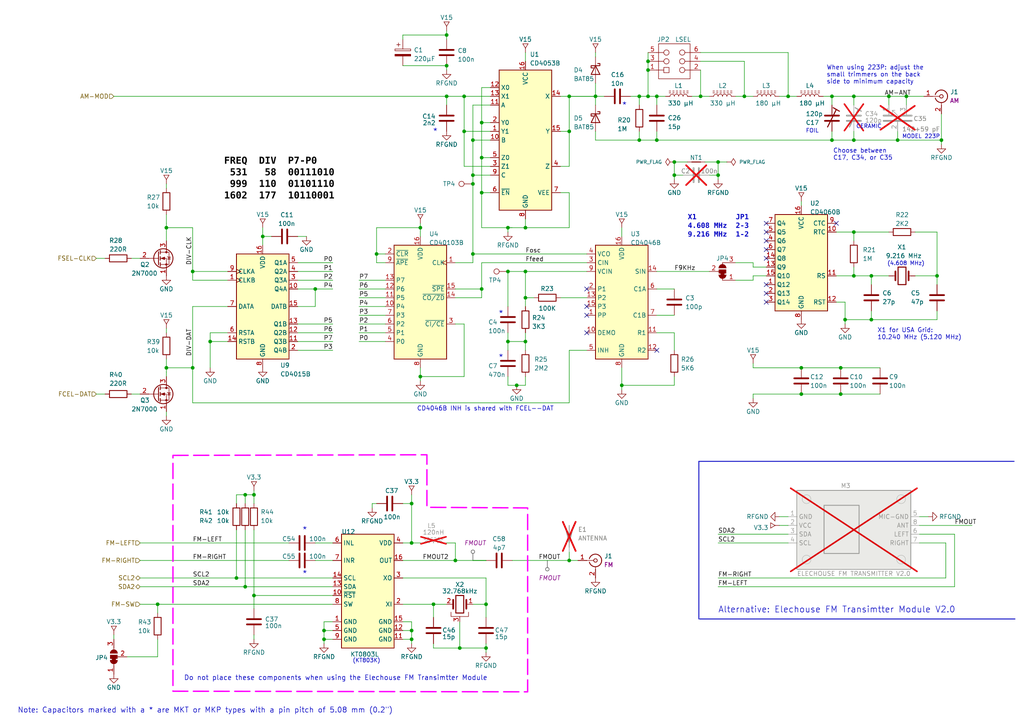
<source format=kicad_sch>
(kicad_sch (version 20230121) (generator eeschema)
  (paper "A4")
  (title_block (title "ESP32 Micro Radio Station") (date "2023-11-26") (rev "1.5a") (company "ESP32, GUI, µSD CARD, Audio, Modulator"))
  (lib_symbols
    (symbol "!Gloeidraad:15V" (power) (pin_names (offset 0))
      (property "Value" "15V" (at 0 3.556 0))
      (symbol "15V_1_1"
        (pin power_in line (at 0 0 180) (length 0) hide (name "V15") (number "1"))
      )
    )
    (symbol "!Gloeidraad:3V3" (power) (pin_names (offset 0))
      (property "Value" "3V3" (at 0 3.556 0))
      (symbol "3V3_1_1"
        (pin power_in line (at 0 0 180) (length 0) hide (name "V3.3") (number "1"))
      )
    )
    (symbol "!Gloeidraad:CD40103"
      (property "Reference" "U" (at 0.254 1.016 0))
      (property "Value" "CD40103" (at 8.89 -35.56 0))
      (symbol "CD40103_1_0"
        (pin input clock (at 17.78 -5.08 180) (length 2.54) (name "CLK") (number "1"))
        (pin input line (at -2.54 -17.78 0) (length 2.54) (name "P4") (number "10"))
        (pin input line (at -2.54 -15.24 0) (length 2.54) (name "P5") (number "11"))
        (pin input line (at -2.54 -12.7 0) (length 2.54) (name "P6") (number "12"))
        (pin input line (at -2.54 -10.16 0) (length 2.54) (name "P7") (number "13"))
        (pin output line (at 17.78 -15.24 180) (length 2.54) (name "~{CO/ZD}") (number "14"))
        (pin input line (at 17.78 -12.7 180) (length 2.54) (name "~{SPE}") (number "15"))
        (pin power_in line (at 7.62 2.54 270) (length 2.54) (name "VDD") (number "16"))
        (pin input line (at -2.54 -2.54 0) (length 2.54) (name "~{CLR}") (number "2"))
        (pin input line (at 17.78 -22.86 180) (length 2.54) (name "~{CI/CE}") (number "3"))
        (pin input line (at -2.54 -27.94 0) (length 2.54) (name "P0") (number "4"))
        (pin input line (at -2.54 -25.4 0) (length 2.54) (name "P1") (number "5"))
        (pin input line (at -2.54 -22.86 0) (length 2.54) (name "P2") (number "6"))
        (pin input line (at -2.54 -20.32 0) (length 2.54) (name "P3") (number "7"))
        (pin power_in line (at 7.62 -35.56 90) (length 2.54) (name "GND") (number "8"))
        (pin input line (at -2.54 -5.08 0) (length 2.54) (name "~{APE}") (number "9"))
      )
    )
    (symbol "!Gloeidraad:CD4015"
      (property "Reference" "U" (at 2.54 0.635 0))
      (property "Value" "CD4015" (at 11.43 -33.02 0))
      (symbol "CD4015_1_0"
        (pin input clock (at 0 -7.62 0) (length 2.54) (name "CLKB") (number "1"))
        (pin output line (at 20.32 -10.16 180) (length 2.54) (name "Q4A") (number "10"))
        (pin output line (at 20.32 -25.4 180) (length 2.54) (name "Q3B") (number "11"))
        (pin output line (at 20.32 -22.86 180) (length 2.54) (name "Q2B") (number "12"))
        (pin output line (at 20.32 -20.32 180) (length 2.54) (name "Q1B") (number "13"))
        (pin input line (at 0 -25.4 0) (length 2.54) (name "RSTB") (number "14"))
        (pin input line (at 20.32 -15.24 180) (length 2.54) (name "DATB") (number "15"))
        (pin power_in line (at 10.16 2.54 270) (length 2.54) (name "VDD") (number "16"))
        (pin output line (at 20.32 -27.94 180) (length 2.54) (name "Q4B") (number "2"))
        (pin output line (at 20.32 -7.62 180) (length 2.54) (name "Q3A") (number "3"))
        (pin output line (at 20.32 -5.08 180) (length 2.54) (name "Q2A") (number "4"))
        (pin output line (at 20.32 -2.54 180) (length 2.54) (name "Q1A") (number "5"))
        (pin input line (at 0 -22.86 0) (length 2.54) (name "RSTA") (number "6"))
        (pin input line (at 0 -15.24 0) (length 2.54) (name "DATA") (number "7"))
        (pin power_in line (at 10.16 -33.02 90) (length 2.54) (name "GND") (number "8"))
        (pin input clock (at 0 -5.08 0) (length 2.54) (name "CLKA") (number "9"))
      )
    )
    (symbol "!Gloeidraad:CD4046"
      (property "Reference" "U" (at -20.066 1.016 0))
      (property "Value" "CD4046" (at -7.874 -35.56 0))
      (symbol "CD4046_1_0"
        (pin output line (at -20.32 -20.32 0) (length 2.54) (name "PP") (number "1"))
        (pin output line (at -20.32 -25.4 0) (length 2.54) (name "DEMO") (number "10"))
        (pin passive line (at 0 -25.4 180) (length 2.54) (name "R1") (number "11"))
        (pin passive line (at 0 -30.48 180) (length 2.54) (name "R2") (number "12"))
        (pin output line (at -20.32 -15.24 0) (length 2.54) (name "P2") (number "13"))
        (pin input line (at 0 -7.62 180) (length 2.54) (name "SIN") (number "14"))
        (pin output line (at -20.32 -17.78 0) (length 2.54) (name "P3") (number "15"))
        (pin power_in line (at -10.16 2.54 270) (length 2.54) (name "VDD") (number "16"))
        (pin output line (at -20.32 -12.7 0) (length 2.54) (name "P1") (number "2"))
        (pin input line (at -20.32 -5.08 0) (length 2.54) (name "CIN") (number "3"))
        (pin output line (at -20.32 -2.54 0) (length 2.54) (name "VCO") (number "4"))
        (pin input line (at -20.32 -30.48 0) (length 2.54) (name "INH") (number "5"))
        (pin passive line (at 0 -12.7 180) (length 2.54) (name "C1A") (number "6"))
        (pin passive line (at 0 -20.32 180) (length 2.54) (name "C1B") (number "7"))
        (pin power_in line (at -10.16 -35.56 90) (length 2.54) (name "GND") (number "8"))
        (pin input line (at -20.32 -7.62 0) (length 2.54) (name "VCIN") (number "9"))
      )
    )
    (symbol "!Gloeidraad:CD4053"
      (property "Reference" "U" (at 0.254 1.016 0))
      (property "Value" "CD4053" (at 9.906 -43.434 0))
      (symbol "CD4053_1_0"
        (pin passive line (at -2.54 -17.78 0) (length 2.54) (name "Y1") (number "1"))
        (pin input line (at -2.54 -20.32 0) (length 2.54) (name "B") (number "10"))
        (pin input line (at -2.54 -10.16 0) (length 2.54) (name "A") (number "11"))
        (pin passive line (at -2.54 -5.08 0) (length 2.54) (name "X0") (number "12"))
        (pin passive line (at -2.54 -7.62 0) (length 2.54) (name "X1") (number "13"))
        (pin passive line (at 17.78 -7.62 180) (length 2.54) (name "X") (number "14"))
        (pin passive line (at 17.78 -17.78 180) (length 2.54) (name "Y") (number "15"))
        (pin power_in line (at 7.62 2.54 270) (length 2.54) (name "VCC") (number "16"))
        (pin passive line (at -2.54 -15.24 0) (length 2.54) (name "Y0") (number "2"))
        (pin passive line (at -2.54 -27.94 0) (length 2.54) (name "Z1") (number "3"))
        (pin passive line (at 17.78 -27.94 180) (length 2.54) (name "Z") (number "4"))
        (pin passive line (at -2.54 -25.4 0) (length 2.54) (name "Z0") (number "5"))
        (pin input line (at -2.54 -35.56 0) (length 2.54) (name "~{EN}") (number "6"))
        (pin power_in line (at 17.78 -35.56 180) (length 2.54) (name "VEE") (number "7"))
        (pin power_in line (at 7.62 -43.18 90) (length 2.54) (name "GND") (number "8"))
        (pin input line (at -2.54 -30.48 0) (length 2.54) (name "C") (number "9"))
      )
    )
    (symbol "!Gloeidraad:CD4060"
      (property "Reference" "U" (at -14.478 1.27 0))
      (property "Value" "CD4060" (at -6.096 -30.48 0))
      (symbol "CD4060_1_0"
        (pin output line (at -17.78 -20.32 0) (length 2.54) (name "Q12") (number "1"))
        (pin passive line (at 2.54 -5.08 180) (length 2.54) (name "RTC") (number "10"))
        (pin input line (at 2.54 -17.78 180) (length 2.54) (name "RS") (number "11"))
        (pin input line (at 2.54 -25.4 180) (length 2.54) (name "RST") (number "12"))
        (pin output line (at -17.78 -15.24 0) (length 2.54) (name "Q9") (number "13"))
        (pin output line (at -17.78 -12.7 0) (length 2.54) (name "Q8") (number "14"))
        (pin output line (at -17.78 -17.78 0) (length 2.54) (name "Q10") (number "15"))
        (pin power_in line (at -7.62 2.54 270) (length 2.54) (name "VCC") (number "16"))
        (pin output line (at -17.78 -22.86 0) (length 2.54) (name "Q13") (number "2"))
        (pin output line (at -17.78 -25.4 0) (length 2.54) (name "Q14") (number "3"))
        (pin output line (at -17.78 -7.62 0) (length 2.54) (name "Q6") (number "4"))
        (pin output line (at -17.78 -5.08 0) (length 2.54) (name "Q5") (number "5"))
        (pin output line (at -17.78 -10.16 0) (length 2.54) (name "Q7") (number "6"))
        (pin output line (at -17.78 -2.54 0) (length 2.54) (name "Q4") (number "7"))
        (pin power_in line (at -7.62 -30.48 90) (length 2.54) (name "GND") (number "8"))
        (pin passive line (at 2.54 -2.54 180) (length 2.54) (name "CTC") (number "9"))
      )
    )
    (symbol "!Gloeidraad:KT0803L"
      (property "Reference" "U" (at 0 0 0))
      (property "Value" "KT0803L" (at 0 -35.56 0))
      (symbol "KT0803L_1_0"
        (pin power_in line (at -2.54 -25.4 0) (length 2.54) (name "GND") (number "1"))
        (pin passive line (at -2.54 -17.78 0) (length 2.54) (name "~{RST}") (number "10"))
        (pin power_in line (at 17.78 -30.48 180) (length 2.54) (name "GND") (number "11"))
        (pin power_in line (at 17.78 -27.94 180) (length 2.54) (name "GND") (number "12"))
        (pin passive line (at -2.54 -15.24 0) (length 2.54) (name "SDA") (number "13"))
        (pin passive line (at -2.54 -12.7 0) (length 2.54) (name "SCL") (number "14"))
        (pin power_in line (at 17.78 -25.4 180) (length 2.54) (name "GND") (number "15"))
        (pin passive line (at 17.78 -7.62 180) (length 2.54) (name "OUT") (number "16"))
        (pin passive line (at 17.78 -20.32 180) (length 2.54) (name "XI") (number "2"))
        (pin passive line (at 17.78 -12.7 180) (length 2.54) (name "XO") (number "3"))
        (pin power_in line (at 17.78 -2.54 180) (length 2.54) (name "VDD") (number "4"))
        (pin power_in line (at -2.54 -27.94 0) (length 2.54) (name "GND") (number "5"))
        (pin passive line (at -2.54 -2.54 0) (length 2.54) (name "INL") (number "6"))
        (pin passive line (at -2.54 -7.62 0) (length 2.54) (name "INR") (number "7"))
        (pin passive line (at -2.54 -20.32 0) (length 2.54) (name "SW") (number "8"))
        (pin power_in line (at -2.54 -30.48 0) (length 2.54) (name "GND") (number "9"))
      )
    )
    (symbol "!Gloeidraad:MOD-ELECHOUSE-FM-TRANS-V2"
      (property "Reference" "M" (at -16.51 12.7 0))
      (symbol "MOD-ELECHOUSE-FM-TRANS-V2_1_0"
        (pin power_in line (at -19.685 3.81 0) (length 2.54) (name "GND") (number "1"))
        (pin power_in line (at -19.685 1.27 0) (length 2.54) (name "VCC") (number "2"))
        (pin passive line (at -19.685 -1.27 0) (length 2.54) (name "SDA") (number "3"))
        (pin passive line (at -19.685 -3.81 0) (length 2.54) (name "SCL") (number "4"))
        (pin passive line (at 18.415 3.81 180) (length 2.54) (name "MIC-GND") (number "5"))
        (pin passive line (at 18.415 -1.27 180) (length 2.54) (name "LEFT") (number "6"))
        (pin passive line (at 18.415 -3.81 180) (length 2.54) (name "RIGHT") (number "7"))
        (pin passive line (at 18.415 1.27 180) (length 2.54) (name "ANT") (number "8"))
      )
    )
    (symbol "!Gloeidraad:PIN-HEADER-2x03"
      (property "Reference" "J" (at -2.54 5.715 0))
      (property "Value" "PIN-HEADER-2x03" (at -6.096 -7.62 0))
      (symbol "PIN-HEADER-2x03_1_0"
        (pin passive line (at -7.62 2.54 0) (length 2.54) (name "1") (number "1"))
        (pin passive line (at 7.62 2.54 180) (length 2.54) (name "2") (number "2"))
        (pin passive line (at -7.62 0 0) (length 2.54) (name "3") (number "3"))
        (pin passive line (at 7.62 0 180) (length 2.54) (name "4") (number "4"))
        (pin passive line (at -7.62 -2.54 0) (length 2.54) (name "5") (number "5"))
        (pin passive line (at 7.62 -2.54 180) (length 2.54) (name "6") (number "6"))
      )
    )
    (symbol "!Gloeidraad:RFGND" (power) (pin_names (offset 0))
      (property "Value" "RFGND" (at 0 -3.81 0))
      (symbol "RFGND_1_1"
        (pin power_in line (at 0 0 270) (length 0) hide (name "RFGND") (number "1"))
      )
    )
    (symbol "!Gloeidraad:SolderJumper_3_Bridged12_B" (pin_names (offset 0) hide)
      (property "Reference" "JP1" (at 4.064 0 90))
      (symbol "SolderJumper_3_Bridged12_B_1_1"
        (pin passive line (at -2.54 3.81 270) (length 2.54) (name "A") (number "1"))
        (pin passive line (at 0 -3.81 90) (length 2.54) (name "C") (number "2"))
        (pin passive line (at 2.54 3.81 270) (length 2.54) (name "B") (number "3"))
      )
    )
    (symbol "Connector:Conn_Coaxial" (pin_names (offset 1.016) hide)
      (property "Reference" "J" (at 0.254 3.048 0))
      (property "Value" "Conn_Coaxial" (at 2.921 0 90))
      (symbol "Conn_Coaxial_1_1"
        (pin passive line (at -5.08 0 0) (length 2.54) (name "In") (number "1"))
        (pin passive line (at 0 -5.08 90) (length 2.54) (name "Ext") (number "2"))
      )
    )
    (symbol "Connector:TestPoint" (pin_numbers hide) (pin_names (offset 0.762) hide)
      (property "Reference" "TP" (at 0 6.858 0))
      (property "Value" "TestPoint" (at 0 5.08 0))
      (symbol "TestPoint_1_1"
        (pin passive line (at 0 0 90) (length 2.54) (name "1") (number "1"))
      )
    )
    (symbol "Device:Antenna" (pin_numbers hide) (pin_names (offset 1.016) hide)
      (property "Reference" "AE" (at -1.905 1.905 0))
      (property "Value" "Antenna" (at -1.905 0 0))
      (symbol "Antenna_1_1"
        (pin input line (at 0 -5.08 90) (length 2.54) (name "A") (number "1"))
      )
    )
    (symbol "Device:C" (pin_numbers hide) (pin_names (offset 0.254))
      (property "Reference" "C" (at 0.635 2.54 0))
      (property "Value" "C" (at 0.635 -2.54 0))
      (symbol "C_1_1"
        (pin passive line (at 0 3.81 270) (length 2.794) (name "~") (number "1"))
        (pin passive line (at 0 -3.81 90) (length 2.794) (name "~") (number "2"))
      )
    )
    (symbol "Device:C_Polarized" (pin_numbers hide) (pin_names (offset 0.254))
      (property "Reference" "C" (at 0.635 2.54 0))
      (property "Value" "C_Polarized" (at 0.635 -2.54 0))
      (symbol "C_Polarized_1_1"
        (pin passive line (at 0 3.81 270) (length 2.794) (name "~") (number "1"))
        (pin passive line (at 0 -3.81 90) (length 2.794) (name "~") (number "2"))
      )
    )
    (symbol "Device:C_Trim" (pin_numbers hide) (pin_names (offset 0.254) hide)
      (property "Reference" "C" (at 1.524 -2.032 0))
      (property "Value" "C_Trim" (at 3.048 -3.556 0))
      (symbol "C_Trim_1_1"
        (pin passive line (at 0 3.81 270) (length 3.048) (name "~") (number "1"))
        (pin passive line (at 0 -3.81 90) (length 3.048) (name "~") (number "2"))
      )
    )
    (symbol "Device:C_Trim_Differential" (pin_names (offset 0.254) hide)
      (property "Reference" "C" (at 5.08 1.27 0))
      (property "Value" "C_Trim_Differential" (at 5.08 -0.635 0))
      (symbol "C_Trim_Differential_1_1"
        (pin passive line (at -2.54 3.81 270) (length 2.54) (name "~") (number "1"))
        (pin passive line (at 0 -3.81 90) (length 2.54) (name "~") (number "2"))
        (pin passive line (at 2.54 3.81 270) (length 2.54) (name "~") (number "3"))
      )
    )
    (symbol "Device:Crystal" (pin_numbers hide) (pin_names (offset 1.016) hide)
      (property "Reference" "Y" (at 0 3.81 0))
      (property "Value" "Crystal" (at 0 -3.81 0))
      (symbol "Crystal_1_1"
        (pin passive line (at -3.81 0 0) (length 1.27) (name "1") (number "1"))
        (pin passive line (at 3.81 0 180) (length 1.27) (name "2") (number "2"))
      )
    )
    (symbol "Device:Crystal_GND3" (pin_names (offset 1.016) hide)
      (property "Reference" "Y" (at 0 5.715 0))
      (property "Value" "Crystal_GND3" (at 0 3.81 0))
      (symbol "Crystal_GND3_1_1"
        (pin passive line (at -3.81 0 0) (length 1.27) (name "1") (number "1"))
        (pin passive line (at 3.81 0 180) (length 1.27) (name "2") (number "2"))
        (pin passive line (at 0 -5.08 90) (length 1.27) (name "3") (number "3"))
      )
    )
    (symbol "Device:L_Ferrite" (pin_numbers hide) (pin_names (offset 1.016) hide)
      (property "Reference" "L" (at -1.27 0 90))
      (property "Value" "L_Ferrite" (at 2.794 0 90))
      (symbol "L_Ferrite_1_1"
        (pin passive line (at 0 3.81 270) (length 1.27) (name "1") (number "1"))
        (pin passive line (at 0 -3.81 90) (length 1.27) (name "2") (number "2"))
      )
    )
    (symbol "Device:NetTie_2" (pin_numbers hide) (pin_names (offset 0) hide) (in_bom no)
      (property "Reference" "NT" (at 0 1.27 0))
      (property "Value" "NetTie_2" (at 0 -1.27 0))
      (symbol "NetTie_2_1_1"
        (pin passive line (at -2.54 0 0) (length 2.54) (name "1") (number "1"))
        (pin passive line (at 2.54 0 180) (length 2.54) (name "2") (number "2"))
      )
    )
    (symbol "Device:R" (pin_numbers hide) (pin_names (offset 0))
      (property "Reference" "R" (at 2.032 0 90))
      (property "Value" "R" (at 0 0 90))
      (symbol "R_1_1"
        (pin passive line (at 0 3.81 270) (length 1.27) (name "~") (number "1"))
        (pin passive line (at 0 -3.81 90) (length 1.27) (name "~") (number "2"))
      )
    )
    (symbol "Diode:BAT85" (pin_numbers hide) (pin_names (offset 1.016) hide)
      (property "Reference" "D" (at 0 2.54 0))
      (property "Value" "BAT85" (at 0 -2.54 0))
      (symbol "BAT85_1_1"
        (pin passive line (at -3.81 0 0) (length 2.54) (name "K") (number "1"))
        (pin passive line (at 3.81 0 180) (length 2.54) (name "A") (number "2"))
      )
    )
    (symbol "Jumper:SolderJumper_3_Bridged12" (pin_names (offset 0) hide)
      (property "Reference" "JP" (at -2.54 -2.54 0))
      (property "Value" "SolderJumper_3_Bridged12" (at 0 2.794 0))
      (symbol "SolderJumper_3_Bridged12_1_1"
        (pin passive line (at -5.08 0 0) (length 2.54) (name "A") (number "1"))
        (pin passive line (at 0 -3.81 90) (length 2.54) (name "C") (number "2"))
        (pin passive line (at 5.08 0 180) (length 2.54) (name "B") (number "3"))
      )
    )
    (symbol "Transistor_FET:2N7000" (pin_names hide)
      (property "Reference" "Q" (at 5.08 1.905 0))
      (property "Value" "2N7000" (at 5.08 0 0))
      (symbol "2N7000_1_1"
        (pin passive line (at 2.54 -5.08 90) (length 2.54) (name "S") (number "1"))
        (pin input line (at -5.08 0 0) (length 2.54) (name "G") (number "2"))
        (pin passive line (at 2.54 5.08 270) (length 2.54) (name "D") (number "3"))
      )
    )
    (symbol "power:GND" (power) (pin_names (offset 0))
      (property "Value" "GND" (at 0 -3.81 0))
      (symbol "GND_1_1"
        (pin power_in line (at 0 0 270) (length 0) hide (name "GND") (number "1"))
      )
    )
    (symbol "power:PWR_FLAG" (power) (pin_numbers hide) (pin_names (offset 0) hide)
      (property "Value" "PWR_FLAG" (at 0 3.81 0))
      (symbol "PWR_FLAG_0_0"
        (pin power_out line (at 0 0 90) (length 0) (name "pwr") (number "1"))
      )
    )
  )
  (junction (at 260.35 40.64))
  (junction (at 91.44 83.82))
  (junction (at 55.88 78.74))
  (junction (at 195.58 46.99))
  (junction (at 190.5 27.94))
  (junction (at 165.1 38.1))
  (junction (at 45.72 175.26))
  (junction (at 119.38 146.05))
  (junction (at 137.16 73.66))
  (junction (at 247.65 40.64))
  (junction (at 185.42 40.64))
  (junction (at 68.58 167.64))
  (junction (at 137.16 50.8))
  (junction (at 185.42 27.94))
  (junction (at 137.16 40.64))
  (junction (at 149.86 111.76))
  (junction (at 93.98 182.88))
  (junction (at 139.7 83.82))
  (junction (at 252.73 92.71))
  (junction (at 129.54 27.94))
  (junction (at 243.84 106.68))
  (junction (at 60.96 99.06))
  (junction (at 139.7 35.56))
  (junction (at 190.5 40.64))
  (junction (at 132.08 162.56))
  (junction (at 180.34 111.76))
  (junction (at 187.96 17.78))
  (junction (at 152.4 78.74))
  (junction (at 247.65 80.01))
  (junction (at 187.96 20.32))
  (junction (at 133.35 187.96))
  (junction (at 48.26 66.04))
  (junction (at 119.38 157.48))
  (junction (at 119.38 185.42))
  (junction (at 129.54 19.05))
  (junction (at 252.73 80.01))
  (junction (at 71.12 143.51))
  (junction (at 71.12 170.18))
  (junction (at 165.1 27.94))
  (junction (at 152.4 99.06))
  (junction (at 262.89 27.94))
  (junction (at 140.97 175.26))
  (junction (at 243.84 114.3))
  (junction (at 137.16 53.34))
  (junction (at 147.32 78.74))
  (junction (at 73.66 172.72))
  (junction (at 48.26 106.68))
  (junction (at 241.3 27.94))
  (junction (at 134.62 27.94))
  (junction (at 152.4 66.04))
  (junction (at 73.66 143.51))
  (junction (at 203.2 27.94))
  (junction (at 125.73 175.26))
  (junction (at 121.92 66.04))
  (junction (at 232.41 114.3))
  (junction (at 271.78 80.01))
  (junction (at 215.9 27.94))
  (junction (at 147.32 99.06))
  (junction (at 109.22 73.66))
  (junction (at 121.92 109.22))
  (junction (at 208.28 50.8))
  (junction (at 232.41 106.68))
  (junction (at 147.32 66.04))
  (junction (at 152.4 86.36))
  (junction (at 129.54 10.16))
  (junction (at 172.72 27.94))
  (junction (at 257.81 27.94))
  (junction (at 195.58 50.8))
  (junction (at 241.3 40.64))
  (junction (at 247.65 27.94))
  (junction (at 228.6 27.94))
  (junction (at 208.28 46.99))
  (junction (at 245.11 92.71))
  (junction (at 273.05 40.64))
  (junction (at 140.97 187.96))
  (junction (at 165.1 162.56))
  (junction (at 247.65 67.31))
  (junction (at 139.7 45.72))
  (junction (at 93.98 185.42))
  (junction (at 134.62 38.1))
  (junction (at 55.88 106.68))
  (junction (at 119.38 182.88))
  (junction (at 76.2 68.58))
  (junction (at 187.96 27.94))
  (junction (at 139.7 55.88))
  (no_connect (at 222.25 72.39))
  (no_connect (at 222.25 67.31))
  (no_connect (at 170.18 91.44))
  (no_connect (at 222.25 69.85))
  (no_connect (at 222.25 82.55))
  (no_connect (at 222.25 74.93))
  (no_connect (at 242.57 64.77))
  (no_connect (at 222.25 64.77))
  (no_connect (at 170.18 83.82))
  (no_connect (at 170.18 96.52))
  (no_connect (at 222.25 87.63))
  (no_connect (at 190.5 101.6))
  (no_connect (at 222.25 85.09))
  (no_connect (at 170.18 88.9))
  (wire (pts (xy 139.7 83.82) (xy 139.7 76.2)) (stroke (width 0.15)))
  (wire (pts (xy 165.1 27.94) (xy 172.72 27.94)) (stroke (width 0.15)))
  (wire (pts (xy 170.18 73.66) (xy 137.16 73.66)) (stroke (width 0.15)))
  (wire (pts (xy 271.78 67.31) (xy 265.43 67.31)) (stroke (width 0.15)))
  (wire (pts (xy 132.08 157.48) (xy 132.08 162.56)))
  (wire (pts (xy 27.94 74.93) (xy 30.48 74.93)) (stroke (width 0.15)))
  (wire (pts (xy 271.78 90.17) (xy 271.78 92.71)) (stroke (width 0.15)))
  (wire (pts (xy 147.32 99.06) (xy 147.32 96.52)) (stroke (width 0.15)))
  (wire (pts (xy 133.35 187.96) (xy 140.97 187.96)))
  (wire (pts (xy 210.82 46.99) (xy 208.28 46.99)))
  (wire (pts (xy 91.44 88.9) (xy 86.36 88.9)) (stroke (width 0.15)))
  (wire (pts (xy 121.92 109.22) (xy 121.92 110.49)))
  (wire (pts (xy 76.2 68.58) (xy 76.2 71.12)) (stroke (width 0.15)))
  (wire (pts (xy 203.2 27.94) (xy 203.2 20.32)) (stroke (width 0.15)))
  (wire (pts (xy 273.05 33.02) (xy 273.05 40.64)) (stroke (width 0.15)))
  (wire (pts (xy 165.1 162.56) (xy 167.64 162.56)))
  (wire (pts (xy 119.38 186.69) (xy 119.38 185.42)) (stroke (width 0.15)))
  (wire (pts (xy 137.16 40.64) (xy 142.24 40.64)) (stroke (width 0.15)))
  (wire (pts (xy 86.36 99.06) (xy 96.52 99.06)))
  (wire (pts (xy 152.4 111.76) (xy 152.4 109.22)) (stroke (width 0.15)))
  (wire (pts (xy 55.88 106.68) (xy 48.26 106.68)) (stroke (width 0.15)))
  (wire (pts (xy 218.44 81.28) (xy 218.44 80.01)))
  (wire (pts (xy 129.54 10.16) (xy 129.54 11.43)))
  (wire (pts (xy 228.6 157.48) (xy 208.28 157.48)) (stroke (width 0.15)))
  (wire (pts (xy 140.97 179.07) (xy 140.97 175.26)) (stroke (width 0.15)))
  (wire (pts (xy 165.1 55.88) (xy 162.56 55.88)) (stroke (width 0.15)))
  (wire (pts (xy 140.97 187.96) (xy 140.97 189.23)))
  (wire (pts (xy 55.88 106.68) (xy 55.88 116.84)) (stroke (width 0.15)))
  (wire (pts (xy 121.92 106.68) (xy 121.92 109.22)) (stroke (width 0.15)))
  (wire (pts (xy 165.1 48.26) (xy 165.1 38.1)) (stroke (width 0.15)))
  (wire (pts (xy 208.28 46.99) (xy 204.47 46.99)))
  (wire (pts (xy 96.52 167.64) (xy 68.58 167.64)) (stroke (width 0.15)))
  (wire (pts (xy 213.36 27.94) (xy 215.9 27.94)) (stroke (width 0.15)))
  (wire (pts (xy 241.3 38.1) (xy 241.3 40.64)) (stroke (width 0.15)))
  (wire (pts (xy 245.11 92.71) (xy 252.73 92.71)) (stroke (width 0.15)))
  (wire (pts (xy 271.78 92.71) (xy 252.73 92.71)) (stroke (width 0.15)))
  (wire (pts (xy 252.73 92.71) (xy 252.73 90.17)) (stroke (width 0.15)))
  (wire (pts (xy 60.96 106.68) (xy 60.96 99.06)) (stroke (width 0.15)))
  (wire (pts (xy 154.94 86.36) (xy 152.4 86.36)) (stroke (width 0.15)))
  (wire (pts (xy 121.92 109.22) (xy 134.62 109.22)) (stroke (width 0.15)))
  (wire (pts (xy 132.08 86.36) (xy 139.7 86.36)) (stroke (width 0.15)))
  (wire (pts (xy 55.88 88.9) (xy 66.04 88.9)) (stroke (width 0.15)))
  (wire (pts (xy 152.4 86.36) (xy 152.4 78.74)) (stroke (width 0.15)))
  (wire (pts (xy 116.84 146.05) (xy 119.38 146.05)))
  (wire (pts (xy 60.96 99.06) (xy 66.04 99.06)) (stroke (width 0.15)))
  (wire (pts (xy 36.83 190.5) (xy 45.72 190.5)) (stroke (width 0.15)))
  (wire (pts (xy 137.16 53.34) (xy 137.16 73.66)) (stroke (width 0.15)))
  (wire (pts (xy 76.2 68.58) (xy 78.74 68.58)))
  (wire (pts (xy 152.4 88.9) (xy 152.4 86.36)) (stroke (width 0.15)))
  (wire (pts (xy 147.32 88.9) (xy 147.32 78.74)) (stroke (width 0.15)))
  (wire (pts (xy 142.24 30.48) (xy 137.16 30.48)) (stroke (width 0.15)))
  (wire (pts (xy 142.24 50.8) (xy 137.16 50.8)) (stroke (width 0.15)))
  (wire (pts (xy 182.88 27.94) (xy 185.42 27.94)) (stroke (width 0.15)))
  (wire (pts (xy 152.4 63.5) (xy 152.4 66.04)) (stroke (width 0.15)))
  (wire (pts (xy 111.76 91.44) (xy 104.14 91.44)) (stroke (width 0.15)))
  (wire (pts (xy 180.34 111.76) (xy 195.58 111.76)) (stroke (width 0.15)))
  (wire (pts (xy 129.54 10.16) (xy 129.54 8.89)))
  (wire (pts (xy 132.08 162.56) (xy 140.97 162.56)))
  (wire (pts (xy 125.73 175.26) (xy 129.54 175.26)) (stroke (width 0.15)))
  (wire (pts (xy 218.44 77.47) (xy 218.44 76.2)) (stroke (width 0.15)))
  (wire (pts (xy 33.02 184.15) (xy 33.02 185.42)))
  (wire (pts (xy 273.05 40.64) (xy 273.05 41.91)))
  (wire (pts (xy 165.1 160.02) (xy 165.1 162.56)) (stroke (width 0.15)))
  (wire (pts (xy 242.57 80.01) (xy 247.65 80.01)) (stroke (width 0.15)))
  (wire (pts (xy 185.42 40.64) (xy 185.42 38.1)) (stroke (width 0.15)))
  (wire (pts (xy 111.76 73.66) (xy 109.22 73.66)) (stroke (width 0.15)))
  (wire (pts (xy 147.32 66.04) (xy 148.59 66.04)))
  (wire (pts (xy 86.36 81.28) (xy 96.52 81.28)))
  (wire (pts (xy 111.76 99.06) (xy 104.14 99.06)) (stroke (width 0.15)))
  (wire (pts (xy 48.26 53.34) (xy 48.26 54.61)) (stroke (width 0.15)))
  (wire (pts (xy 139.7 66.04) (xy 147.32 66.04)) (stroke (width 0.15)))
  (wire (pts (xy 96.52 172.72) (xy 73.66 172.72)) (stroke (width 0.15)))
  (wire (pts (xy 66.04 96.52) (xy 60.96 96.52)) (stroke (width 0.15)))
  (wire (pts (xy 218.44 105.41) (xy 218.44 106.68)) (stroke (width 0.15)))
  (wire (pts (xy 180.34 106.68) (xy 180.34 111.76)) (stroke (width 0.15)))
  (wire (pts (xy 55.88 66.04) (xy 55.88 78.74)) (stroke (width 0.15)))
  (wire (pts (xy 71.12 170.18) (xy 40.64 170.18)) (stroke (width 0.15)))
  (wire (pts (xy 68.58 167.64) (xy 40.64 167.64)) (stroke (width 0.15)))
  (wire (pts (xy 226.06 152.4) (xy 228.6 152.4)))
  (wire (pts (xy 119.38 180.34) (xy 119.38 182.88)) (stroke (width 0.15)))
  (wire (pts (xy 271.78 80.01) (xy 271.78 67.31)) (stroke (width 0.15)))
  (wire (pts (xy 185.42 30.48) (xy 185.42 27.94)) (stroke (width 0.15)))
  (wire (pts (xy 91.44 162.56) (xy 96.52 162.56)))
  (wire (pts (xy 226.06 27.94) (xy 228.6 27.94)) (stroke (width 0.15)))
  (wire (pts (xy 111.76 96.52) (xy 104.14 96.52)) (stroke (width 0.15)))
  (wire (pts (xy 30.48 114.3) (xy 27.94 114.3)) (stroke (width 0.15)))
  (wire (pts (xy 165.1 101.6) (xy 165.1 116.84)) (stroke (width 0.15)))
  (wire (pts (xy 134.62 38.1) (xy 134.62 27.94)) (stroke (width 0.15)))
  (wire (pts (xy 190.5 27.94) (xy 193.04 27.94)) (stroke (width 0.15)))
  (wire (pts (xy 125.73 187.96) (xy 133.35 187.96)) (stroke (width 0.15)))
  (wire (pts (xy 116.84 157.48) (xy 119.38 157.48)) (stroke (width 0.15)))
  (wire (pts (xy 134.62 109.22) (xy 134.62 93.98)) (stroke (width 0.15)))
  (wire (pts (xy 48.26 106.68) (xy 48.26 107.95)) (stroke (width 0.15)))
  (wire (pts (xy 222.25 80.01) (xy 218.44 80.01)) (stroke (width 0.15)))
  (wire (pts (xy 48.26 64.77) (xy 48.26 62.23)) (stroke (width 0.15)))
  (wire (pts (xy 185.42 40.64) (xy 172.72 40.64)) (stroke (width 0.15)))
  (wire (pts (xy 218.44 114.3) (xy 218.44 115.57)))
  (wire (pts (xy 190.5 83.82) (xy 195.58 83.82)) (stroke (width 0.15)))
  (wire (pts (xy 109.22 73.66) (xy 109.22 76.2)) (stroke (width 0.15)))
  (wire (pts (xy 215.9 27.94) (xy 218.44 27.94)) (stroke (width 0.15)))
  (wire (pts (xy 55.88 88.9) (xy 55.88 106.68)) (stroke (width 0.15)))
  (wire (pts (xy 215.9 17.78) (xy 203.2 17.78)) (stroke (width 0.15)))
  (wire (pts (xy 48.26 104.14) (xy 48.26 106.68)) (stroke (width 0.15)))
  (wire (pts (xy 247.65 38.1) (xy 247.65 40.64)) (stroke (width 0.15)))
  (wire (pts (xy 91.44 157.48) (xy 96.52 157.48)))
  (wire (pts (xy 116.84 11.43) (xy 116.84 10.16)))
  (wire (pts (xy 228.6 149.86) (xy 226.06 149.86)) (stroke (width 0.15)))
  (wire (pts (xy 247.65 80.01) (xy 252.73 80.01)) (stroke (width 0.15)))
  (wire (pts (xy 132.08 76.2) (xy 137.16 76.2)) (stroke (width 0.15)))
  (wire (pts (xy 262.89 27.94) (xy 267.97 27.94)) (stroke (width 0.15)))
  (wire (pts (xy 93.98 185.42) (xy 93.98 186.69)))
  (wire (pts (xy 147.32 66.04) (xy 152.4 66.04)) (stroke (width 0.15)))
  (wire (pts (xy 111.76 88.9) (xy 104.14 88.9)) (stroke (width 0.15)))
  (wire (pts (xy 172.72 27.94) (xy 172.72 30.48)))
  (wire (pts (xy 245.11 87.63) (xy 242.57 87.63)) (stroke (width 0.15)))
  (wire (pts (xy 247.65 40.64) (xy 260.35 40.64)) (stroke (width 0.15)))
  (wire (pts (xy 180.34 111.76) (xy 180.34 113.03)))
  (wire (pts (xy 68.58 143.51) (xy 71.12 143.51)) (stroke (width 0.15)))
  (wire (pts (xy 247.65 77.47) (xy 247.65 80.01)) (stroke (width 0.15)))
  (wire (pts (xy 195.58 50.8) (xy 195.58 52.07)))
  (wire (pts (xy 96.52 180.34) (xy 93.98 180.34)) (stroke (width 0.15)))
  (wire (pts (xy 247.65 30.48) (xy 247.65 27.94)) (stroke (width 0.15)))
  (wire (pts (xy 125.73 175.26) (xy 125.73 179.07)) (stroke (width 0.15)))
  (wire (pts (xy 116.84 19.05) (xy 129.54 19.05)))
  (wire (pts (xy 140.97 167.64) (xy 140.97 175.26)) (stroke (width 0.15)))
  (wire (pts (xy 147.32 99.06) (xy 152.4 99.06)) (stroke (width 0.15)))
  (wire (pts (xy 119.38 146.05) (xy 119.38 157.48)) (stroke (width 0.15)))
  (wire (pts (xy 243.84 114.3) (xy 255.27 114.3)))
  (wire (pts (xy 86.36 93.98) (xy 96.52 93.98)))
  (wire (pts (xy 137.16 50.8) (xy 137.16 53.34)))
  (wire (pts (xy 140.97 186.69) (xy 140.97 187.96)))
  (wire (pts (xy 119.38 182.88) (xy 119.38 185.42)) (stroke (width 0.15)))
  (wire (pts (xy 48.26 66.04) (xy 55.88 66.04)))
  (wire (pts (xy 109.22 66.04) (xy 109.22 73.66)) (stroke (width 0.15)))
  (wire (pts (xy 142.24 45.72) (xy 139.7 45.72)) (stroke (width 0.15)))
  (wire (pts (xy 242.57 67.31) (xy 247.65 67.31)) (stroke (width 0.15)))
  (wire (pts (xy 187.96 20.32) (xy 187.96 17.78)) (stroke (width 0.15)))
  (wire (pts (xy 165.1 66.04) (xy 165.1 55.88)) (stroke (width 0.15)))
  (wire (pts (xy 245.11 92.71) (xy 245.11 93.98)))
  (polyline (pts (xy 294.132 133.8072) (xy 202.692 133.8072)) (stroke (width 0.254) (type solid)))
  (wire (pts (xy 86.36 76.2) (xy 96.52 76.2)))
  (wire (pts (xy 208.28 167.64) (xy 274.32 167.64)) (stroke (width 0.15)))
  (wire (pts (xy 245.11 92.71) (xy 245.11 87.63)) (stroke (width 0.15)))
  (wire (pts (xy 107.95 146.05) (xy 107.95 147.32)))
  (wire (pts (xy 129.54 30.48) (xy 129.54 27.94)) (stroke (width 0.15)))
  (wire (pts (xy 232.41 114.3) (xy 243.84 114.3)))
  (wire (pts (xy 93.98 182.88) (xy 93.98 185.42)) (stroke (width 0.15)))
  (wire (pts (xy 91.44 83.82) (xy 96.52 83.82)))
  (wire (pts (xy 134.62 27.94) (xy 142.24 27.94)) (stroke (width 0.15)))
  (wire (pts (xy 190.5 30.48) (xy 190.5 27.94)) (stroke (width 0.15)))
  (wire (pts (xy 139.7 25.4) (xy 139.7 35.56)) (stroke (width 0.15)))
  (wire (pts (xy 93.98 180.34) (xy 93.98 182.88)) (stroke (width 0.15)))
  (wire (pts (xy 276.86 154.94) (xy 266.7 154.94)) (stroke (width 0.15)))
  (wire (pts (xy 165.1 27.94) (xy 165.1 38.1)) (stroke (width 0.15)))
  (wire (pts (xy 96.52 170.18) (xy 71.12 170.18)) (stroke (width 0.15)))
  (wire (pts (xy 187.96 15.24) (xy 187.96 17.78)) (stroke (width 0.15)))
  (wire (pts (xy 129.54 20.32) (xy 129.54 19.05)))
  (wire (pts (xy 125.73 187.96) (xy 125.73 186.69)) (stroke (width 0.15)))
  (wire (pts (xy 274.32 157.48) (xy 266.7 157.48)) (stroke (width 0.15)))
  (wire (pts (xy 218.44 114.3) (xy 232.41 114.3)) (stroke (width 0.15)))
  (wire (pts (xy 40.64 175.26) (xy 45.72 175.26)) (stroke (width 0.15)))
  (wire (pts (xy 137.16 162.56) (xy 140.97 162.56)) (stroke (width 0.15)))
  (wire (pts (xy 137.16 175.26) (xy 140.97 175.26)))
  (wire (pts (xy 71.12 153.67) (xy 71.12 170.18)) (stroke (width 0.15)))
  (wire (pts (xy 185.42 27.94) (xy 187.96 27.94)) (stroke (width 0.15)))
  (wire (pts (xy 139.7 86.36) (xy 139.7 83.82)) (stroke (width 0.15)))
  (wire (pts (xy 119.38 185.42) (xy 116.84 185.42)) (stroke (width 0.15)))
  (wire (pts (xy 190.5 38.1) (xy 190.5 40.64)) (stroke (width 0.15)))
  (wire (pts (xy 271.78 80.01) (xy 265.43 80.01)) (stroke (width 0.15)))
  (wire (pts (xy 185.42 40.64) (xy 190.5 40.64)) (stroke (width 0.15)))
  (wire (pts (xy 121.92 66.04) (xy 109.22 66.04)) (stroke (width 0.15)))
  (wire (pts (xy 187.96 27.94) (xy 187.96 20.32)) (stroke (width 0.15)))
  (wire (pts (xy 140.97 167.64) (xy 116.84 167.64)) (stroke (width 0.15)))
  (wire (pts (xy 147.32 109.22) (xy 147.32 111.76)) (stroke (width 0.15)))
  (wire (pts (xy 247.65 27.94) (xy 257.81 27.94)) (stroke (width 0.15)))
  (wire (pts (xy 55.88 81.28) (xy 55.88 78.74)) (stroke (width 0.15)))
  (wire (pts (xy 73.66 142.24) (xy 73.66 143.51)) (stroke (width 0.15)))
  (wire (pts (xy 195.58 96.52) (xy 190.5 96.52)) (stroke (width 0.15)))
  (wire (pts (xy 88.9 68.58) (xy 86.36 68.58)) (stroke (width 0.15)))
  (wire (pts (xy 266.7 152.4) (xy 281.94 152.4)) (stroke (width 0.15)))
  (wire (pts (xy 129.54 27.94) (xy 134.62 27.94)) (stroke (width 0.15)))
  (wire (pts (xy 86.36 83.82) (xy 91.44 83.82)) (stroke (width 0.15)))
  (wire (pts (xy 243.84 106.68) (xy 255.27 106.68)))
  (wire (pts (xy 109.22 76.2) (xy 111.76 76.2)) (stroke (width 0.15)))
  (wire (pts (xy 203.2 27.94) (xy 205.74 27.94)) (stroke (width 0.15)))
  (wire (pts (xy 129.54 27.94) (xy 33.02 27.94)) (stroke (width 0.15)))
  (wire (pts (xy 228.6 27.94) (xy 228.6 15.24)) (stroke (width 0.15)))
  (wire (pts (xy 208.28 52.07) (xy 208.28 50.8)))
  (wire (pts (xy 172.72 15.24) (xy 172.72 16.51)))
  (wire (pts (xy 232.41 106.68) (xy 243.84 106.68)))
  (wire (pts (xy 274.32 167.64) (xy 274.32 157.48)) (stroke (width 0.15)))
  (wire (pts (xy 260.35 38.1) (xy 260.35 40.64)) (stroke (width 0.15)))
  (wire (pts (xy 162.56 48.26) (xy 165.1 48.26)) (stroke (width 0.15)))
  (wire (pts (xy 208.28 170.18) (xy 276.86 170.18)) (stroke (width 0.15)))
  (wire (pts (xy 116.84 175.26) (xy 125.73 175.26)) (stroke (width 0.15)))
  (wire (pts (xy 262.89 27.94) (xy 262.89 30.48)) (stroke (width 0.15)))
  (wire (pts (xy 149.86 111.76) (xy 152.4 111.76)) (stroke (width 0.15)))
  (wire (pts (xy 195.58 46.99) (xy 199.39 46.99)))
  (wire (pts (xy 241.3 27.94) (xy 247.65 27.94)) (stroke (width 0.15)))
  (wire (pts (xy 45.72 190.5) (xy 45.72 185.42)) (stroke (width 0.15)))
  (wire (pts (xy 269.24 149.86) (xy 266.7 149.86)) (stroke (width 0.15)))
  (wire (pts (xy 137.16 50.8) (xy 137.16 40.64)) (stroke (width 0.15)))
  (wire (pts (xy 276.86 170.18) (xy 276.86 154.94)) (stroke (width 0.15)))
  (wire (pts (xy 73.66 185.42) (xy 73.66 184.15)))
  (wire (pts (xy 165.1 116.84) (xy 55.88 116.84)) (stroke (width 0.15)))
  (wire (pts (xy 257.81 27.94) (xy 257.81 30.48)) (stroke (width 0.15)))
  (wire (pts (xy 213.36 76.2) (xy 218.44 76.2)) (stroke (width 0.15)))
  (wire (pts (xy 257.81 67.31) (xy 247.65 67.31)) (stroke (width 0.15)))
  (wire (pts (xy 195.58 111.76) (xy 195.58 109.22)) (stroke (width 0.15)))
  (wire (pts (xy 238.76 27.94) (xy 241.3 27.94)) (stroke (width 0.15)))
  (wire (pts (xy 96.52 182.88) (xy 93.98 182.88)) (stroke (width 0.15)))
  (wire (pts (xy 241.3 27.94) (xy 241.3 30.48)) (stroke (width 0.15)))
  (wire (pts (xy 73.66 153.67) (xy 73.66 172.72)) (stroke (width 0.15)))
  (wire (pts (xy 111.76 81.28) (xy 104.14 81.28)) (stroke (width 0.15)))
  (wire (pts (xy 73.66 146.05) (xy 73.66 143.51)) (stroke (width 0.15)))
  (wire (pts (xy 195.58 101.6) (xy 195.58 96.52)) (stroke (width 0.15)))
  (wire (pts (xy 60.96 96.52) (xy 60.96 99.06)) (stroke (width 0.15)))
  (wire (pts (xy 48.26 66.04) (xy 48.26 64.77)))
  (wire (pts (xy 215.9 27.94) (xy 215.9 17.78)) (stroke (width 0.15)))
  (wire (pts (xy 38.1 74.93) (xy 40.64 74.93)) (stroke (width 0.15)))
  (wire (pts (xy 187.96 27.94) (xy 190.5 27.94)) (stroke (width 0.15)))
  (wire (pts (xy 133.35 180.34) (xy 133.35 187.96)))
  (wire (pts (xy 111.76 83.82) (xy 104.14 83.82)) (stroke (width 0.15)))
  (wire (pts (xy 228.6 15.24) (xy 203.2 15.24)) (stroke (width 0.15)))
  (wire (pts (xy 134.62 48.26) (xy 134.62 38.1)) (stroke (width 0.15)))
  (wire (pts (xy 119.38 157.48) (xy 121.92 157.48)) (stroke (width 0.15)))
  (wire (pts (xy 172.72 24.13) (xy 172.72 27.94)))
  (wire (pts (xy 175.26 27.94) (xy 172.72 27.94)) (stroke (width 0.15)))
  (wire (pts (xy 40.64 162.56) (xy 83.82 162.56)) (stroke (width 0.15)))
  (wire (pts (xy 218.44 106.68) (xy 232.41 106.68)))
  (wire (pts (xy 45.72 175.26) (xy 96.52 175.26)) (stroke (width 0.15)))
  (wire (pts (xy 93.98 185.42) (xy 96.52 185.42)) (stroke (width 0.15)))
  (wire (pts (xy 121.92 68.58) (xy 121.92 66.04)) (stroke (width 0.15)))
  (wire (pts (xy 142.24 38.1) (xy 134.62 38.1)) (stroke (width 0.15)))
  (wire (pts (xy 152.4 15.24) (xy 152.4 17.78)) (stroke (width 0.15)))
  (wire (pts (xy 86.36 101.6) (xy 96.52 101.6)))
  (wire (pts (xy 109.22 146.05) (xy 107.95 146.05)))
  (wire (pts (xy 247.65 67.31) (xy 247.65 69.85)) (stroke (width 0.15)))
  (wire (pts (xy 271.78 82.55) (xy 271.78 80.01)) (stroke (width 0.15)))
  (wire (pts (xy 142.24 25.4) (xy 139.7 25.4)) (stroke (width 0.15)))
  (wire (pts (xy 165.1 27.94) (xy 162.56 27.94)) (stroke (width 0.15)))
  (wire (pts (xy 172.72 40.64) (xy 172.72 38.1)) (stroke (width 0.15)))
  (wire (pts (xy 241.3 40.64) (xy 247.65 40.64)) (stroke (width 0.15)))
  (wire (pts (xy 71.12 146.05) (xy 71.12 143.51)) (stroke (width 0.15)))
  (wire (pts (xy 111.76 86.36) (xy 104.14 86.36)) (stroke (width 0.15)))
  (wire (pts (xy 86.36 78.74) (xy 96.52 78.74)))
  (wire (pts (xy 252.73 80.01) (xy 257.81 80.01)) (stroke (width 0.15)))
  (wire (pts (xy 222.25 77.47) (xy 218.44 77.47)) (stroke (width 0.15)))
  (wire (pts (xy 180.34 68.58) (xy 180.34 66.04)) (stroke (width 0.15)))
  (wire (pts (xy 170.18 101.6) (xy 165.1 101.6)) (stroke (width 0.15)))
  (wire (pts (xy 68.58 153.67) (xy 68.58 167.64)) (stroke (width 0.15)))
  (wire (pts (xy 152.4 101.6) (xy 152.4 99.06)) (stroke (width 0.15)))
  (wire (pts (xy 260.35 40.64) (xy 273.05 40.64)) (stroke (width 0.15)))
  (wire (pts (xy 139.7 35.56) (xy 139.7 45.72)) (stroke (width 0.15)))
  (wire (pts (xy 205.74 50.8) (xy 208.28 50.8)))
  (wire (pts (xy 152.4 99.06) (xy 152.4 96.52)) (stroke (width 0.15)))
  (wire (pts (xy 55.88 81.28) (xy 66.04 81.28)) (stroke (width 0.15)))
  (wire (pts (xy 142.24 35.56) (xy 139.7 35.56)) (stroke (width 0.15)))
  (wire (pts (xy 71.12 143.51) (xy 73.66 143.51)) (stroke (width 0.15)))
  (wire (pts (xy 213.36 81.28) (xy 218.44 81.28)))
  (wire (pts (xy 48.26 120.65) (xy 48.26 119.38)))
  (wire (pts (xy 76.2 66.04) (xy 76.2 68.58)) (stroke (width 0.15)))
  (wire (pts (xy 119.38 180.34) (xy 116.84 180.34)) (stroke (width 0.15)))
  (wire (pts (xy 119.38 182.88) (xy 116.84 182.88)) (stroke (width 0.15)))
  (wire (pts (xy 119.38 143.51) (xy 119.38 146.05)) (stroke (width 0.15)))
  (wire (pts (xy 116.84 10.16) (xy 129.54 10.16)))
  (wire (pts (xy 228.6 27.94) (xy 231.14 27.94)) (stroke (width 0.15)))
  (wire (pts (xy 147.32 66.04) (xy 147.32 67.31)))
  (wire (pts (xy 152.4 66.04) (xy 165.1 66.04)) (stroke (width 0.15)))
  (wire (pts (xy 170.18 86.36) (xy 162.56 86.36)) (stroke (width 0.15)))
  (wire (pts (xy 91.44 83.82) (xy 91.44 88.9)) (stroke (width 0.15)))
  (wire (pts (xy 190.5 40.64) (xy 241.3 40.64)) (stroke (width 0.15)))
  (wire (pts (xy 45.72 175.26) (xy 45.72 177.8)) (stroke (width 0.15)))
  (wire (pts (xy 48.26 107.95) (xy 48.26 109.22)))
  (wire (pts (xy 200.66 27.94) (xy 203.2 27.94)) (stroke (width 0.15)))
  (wire (pts (xy 165.1 38.1) (xy 162.56 38.1)) (stroke (width 0.15)))
  (wire (pts (xy 139.7 45.72) (xy 139.7 55.88)) (stroke (width 0.15)))
  (wire (pts (xy 116.84 162.56) (xy 132.08 162.56)))
  (wire (pts (xy 257.81 27.94) (xy 262.89 27.94)) (stroke (width 0.15)))
  (wire (pts (xy 86.36 96.52) (xy 96.52 96.52)))
  (wire (pts (xy 48.26 69.85) (xy 48.26 66.04)))
  (wire (pts (xy 190.5 91.44) (xy 195.58 91.44)) (stroke (width 0.15)))
  (wire (pts (xy 147.32 101.6) (xy 147.32 99.06)) (stroke (width 0.15)))
  (wire (pts (xy 195.58 50.8) (xy 195.58 46.99)))
  (wire (pts (xy 232.41 59.69) (xy 232.41 58.42)) (stroke (width 0.15)))
  (wire (pts (xy 205.74 78.74) (xy 190.5 78.74)) (stroke (width 0.15)))
  (wire (pts (xy 147.32 111.76) (xy 149.86 111.76)) (stroke (width 0.15)))
  (wire (pts (xy 40.64 157.48) (xy 83.82 157.48)) (stroke (width 0.15)))
  (wire (pts (xy 147.32 78.74) (xy 152.4 78.74)) (stroke (width 0.15)))
  (polyline (pts (xy 202.692 133.8072) (xy 202.692 179.5272)) (stroke (width 0.254) (type solid)))
  (wire (pts (xy 68.58 146.05) (xy 68.58 143.51)) (stroke (width 0.15)))
  (wire (pts (xy 48.26 96.52) (xy 48.26 95.25)) (stroke (width 0.15)))
  (wire (pts (xy 148.59 162.56) (xy 165.1 162.56)))
  (wire (pts (xy 165.1 27.94) (xy 172.72 27.94)))
  (wire (pts (xy 195.58 50.8) (xy 198.12 50.8)))
  (wire (pts (xy 152.4 78.74) (xy 170.18 78.74)) (stroke (width 0.15)))
  (wire (pts (xy 111.76 93.98) (xy 104.14 93.98)) (stroke (width 0.15)))
  (wire (pts (xy 139.7 76.2) (xy 170.18 76.2)) (stroke (width 0.15)))
  (wire (pts (xy 73.66 176.53) (xy 73.66 172.72)) (stroke (width 0.15)))
  (wire (pts (xy 208.28 50.8) (xy 208.28 46.99)))
  (wire (pts (xy 142.24 48.26) (xy 134.62 48.26)) (stroke (width 0.15)))
  (polyline (pts (xy 294.386 179.5272) (xy 202.946 179.5272)) (stroke (width 0.254) (type solid)))
  (wire (pts (xy 134.62 93.98) (xy 132.08 93.98)) (stroke (width 0.15)))
  (wire (pts (xy 139.7 55.88) (xy 139.7 66.04)) (stroke (width 0.15)))
  (wire (pts (xy 137.16 76.2) (xy 137.16 73.66)) (stroke (width 0.15)))
  (wire (pts (xy 137.16 30.48) (xy 137.16 40.64)) (stroke (width 0.15)))
  (wire (pts (xy 40.64 114.3) (xy 38.1 114.3)) (stroke (width 0.15)))
  (wire (pts (xy 252.73 82.55) (xy 252.73 80.01)) (stroke (width 0.15)))
  (wire (pts (xy 228.6 154.94) (xy 208.28 154.94)) (stroke (width 0.15)))
  (wire (pts (xy 121.92 66.04) (xy 121.92 64.77)) (stroke (width 0.15)))
  (wire (pts (xy 132.08 157.48) (xy 129.54 157.48)))
  (wire (pts (xy 55.88 78.74) (xy 66.04 78.74)) (stroke (width 0.15)))
  (wire (pts (xy 142.24 55.88) (xy 139.7 55.88)) (stroke (width 0.15)))
  (wire (pts (xy 132.08 83.82) (xy 139.7 83.82)) (stroke (width 0.15)))
  (polyline (pts (xy 50.165 132.08) (xy 123.825 131.9022) (xy 123.825 147.1422) (xy 153.035 147.32) (xy 153.035 200.66) (xy 50.165 200.4822) (xy 50.165 132.08) (xy 50.165 132.08)) (stroke (width 0.4) (type dash) (color 255 0 255 1)))
  (text_box "FREQ  DIV  P7-P0\n 531   58  00111010\n 999  110  01101110\n1602  177  10110001\n" (at 63.5 43.9928 0) (size 43.18 15.4432) (stroke (width -0.0001) (color 0 0 0 1)) (effects (font (size 2 2) (thickness 0.4) bold) (justify left top)))
  (text_box "Choose between\nC17, C34, or C35" (at 240.665 41.91 0) (size 22.225 4.572) (stroke (width -0.0001) (color 0 0 0 1)) (effects (font (size 1.27 1.27)) (justify left top)))
  (text_box "X1 for USA Grid:\n10.240 MHz (5.120 MHz)" (at 253.492 93.98 0) (size 26.416 4.572) (stroke (width -0.0001) (color 0 0 0 1)) (effects (font (size 1.27 1.27)) (justify left top)))
  (text_box "When using 223P: adjust the\nsmall trimmers on the back\nside to minimum capacity" (at 238.76 17.78 0) (size 30.988 6.858) (stroke (width -0.0001) (color 0 0 0 1)) (effects (font (size 1.27 1.27)) (justify left top)))
  (text_box "X1         JP1\n4.608 MHz  2-3\n9.216 MHz  1-2" (at 198.374 60.96 0) (size 20.828 8.382) (stroke (width -0.0001) (color 0 0 0 1)) (effects (font (size 1.5 1.5) (thickness 0.3) bold) (justify left top)))
  (text "*" (at 87.63 154.94 0) (effects (font (size 1.778 1.778)) (justify left bottom)))
  (text "Do not place these components when using the Elechouse FM Transimtter Module" (at 53.34 197.5612 0) (effects (font (size 1.397 1.397)) (justify left bottom)))
  (text "*" (at 87.63 167.64 0) (effects (font (size 1.778 1.778)) (justify left bottom)))
  (text "*" (at 144.526 104.902 0) (effects (font (size 1.778 1.778)) (justify left bottom)))
  (text "*" (at 180.34 31.75 0) (effects (font (size 1.778 1.778)) (justify left bottom)))
  (text "CD4046B INH is shared with FCEL--DAT" (at 120.904 119.38 0) (effects (font (size 1.27 1.27)) (justify left bottom)))
  (text "(4.608 MHz)" (at 257.302 77.216 0) (effects (font (size 1.143 1.143)) (justify left bottom)))
  (text "Note: Capacitors marked with a * are MKT or MKP types with a pin pitch of 5.08 mm (0.2\")" (at 5.08 207.01 0) (effects (font (size 1.524 1.524)) (justify left bottom)))
  (text "(KT803K)" (at 102.235 192.405 0) (effects (font (size 1.143 1.143)) (justify left bottom)))
  (text "FOIL" (at 233.68 38.735 0) (effects (font (size 1.143 1.143)) (justify left bottom)))
  (text "CERAMIC" (at 248.285 37.465 0) (effects (font (size 1.143 1.143)) (justify left bottom)))
  (text "MODEL 223P" (at 261.62 40.386 0) (effects (font (size 1.143 1.143)) (justify left bottom)))
  (text "Alternative: Elechouse FM Transimtter Module V2.0" (at 208.28 178.0032 0) (effects (font (size 1.778 1.778)) (justify left bottom)))
  (text "*" (at 125.476 39.37 0) (effects (font (size 1.778 1.778)) (justify left bottom)))
  (text "*" (at 144.526 92.202 0) (effects (font (size 1.778 1.778)) (justify left bottom)))
  (label "P4" (at 104.14 88.9 0))
  (label "P1" (at 104.14 96.52 0))
  (label "P6" (at 96.52 96.52 180))
  (label "SDA2" (at 208.28 154.94 0))
  (label "P3" (at 96.52 101.6 180))
  (label "P0" (at 104.14 99.06 0))
  (label "P7" (at 96.52 99.06 180))
  (label "DIV-CLK" (at 55.88 68.58 270))
  (label "F9KHz" (at 195.58 78.74 0))
  (label "AM-ANT" (at 256.54 27.94 0))
  (label "SDA2" (at 55.88 170.18 0))
  (label "P5" (at 96.52 93.98 180))
  (label "Fosc" (at 152.4 73.66 0))
  (label "SCL2" (at 208.28 157.48 0))
  (label "P2" (at 104.14 93.98 0))
  (label "FMOUT" (at 276.86 152.4 0))
  (label "P3" (at 104.14 91.44 0))
  (label "P7" (at 104.14 81.28 0))
  (label "Ffeed" (at 152.4 76.2 0))
  (label "FM-LEFT" (at 208.28 170.18 0))
  (label "FM-RIGHT" (at 208.28 167.64 0))
  (label "P2" (at 96.52 81.28 180))
  (label "FMOUT2" (at 122.555 162.56 0))
  (label "P6" (at 104.14 83.82 0))
  (label "P0" (at 96.52 76.2 180))
  (label "FM-RIGHT" (at 55.88 162.56 0))
  (label "FMOUT" (at 156.21 162.56 0))
  (label "FM-LEFT" (at 55.88 157.48 0))
  (label "DIV-DAT" (at 55.88 95.25 270))
  (label "P5" (at 104.14 86.36 0))
  (label "SCL2" (at 55.88 167.64 0))
  (label "P1" (at 96.52 78.74 180))
  (label "P4" (at 96.52 83.82 180))
  (hierarchical_label "FCEL-DAT" (shape input) (at 27.94 114.3 180))
  (hierarchical_label "SCL2" (shape bidirectional) (at 40.64 167.64 180))
  (hierarchical_label "SDA2" (shape bidirectional) (at 40.64 170.18 180))
  (hierarchical_label "AM-MOD" (shape input) (at 33.02 27.94 180))
  (hierarchical_label "FM-SW" (shape input) (at 40.64 175.26 180))
  (hierarchical_label "FM-LEFT" (shape input) (at 40.64 157.48 180))
  (hierarchical_label "FM-RIGHT" (shape input) (at 40.64 162.56 180))
  (hierarchical_label "FSEL-CLK" (shape input) (at 27.94 74.93 180))
  (netclass_flag "" (length 2.54) (shape round) (at 137.16 162.56 0) (property "Netclass" "FMOUT" (at 134.62 157.48 0) (effects (font italic) (justify left))))
  (netclass_flag "" (length 2.54) (shape round) (at 158.75 162.56 180) (property "Netclass" "FMOUT" (at 156.21 167.64 0) (effects (font italic) (justify left))))
  (symbol (lib_id "Device:C") (at 232.41 110.49 0) (mirror x) (unit 1)
    (property "Reference" "C12" (at 234.95 108.585 0) (effects (justify left bottom)))
    (property "Value" "100n" (at 234.95 111.125 0) (effects (justify left bottom)))
    (property "Footprint" "!Gloeidraad:C_CER_D50_W25_P50_E20_H08" (effects hide))
    (property "PCB FOOTPRINT" "DS-C02A" (effects hide))
  )
  (symbol (lib_id "!Gloeidraad:RFGND") (at 147.32 67.31 0) (unit 1)
    (property "Reference" "#PWR048" (effects hide))
    (property "Value" "RFGND" (at 147.32 71.12 0))
  )
  (symbol (lib_id "!Gloeidraad:RFGND") (at 107.95 147.32 0) (unit 1)
    (property "Reference" "#PWR036" (effects hide))
    (property "Value" "RFGND" (at 107.95 151.13 0))
  )
  (symbol (lib_id "!Gloeidraad:KT0803L") (at 99.06 154.94 0) (unit 1)
    (property "Reference" "U12" (at 99.06 154.94 0) (effects (justify left bottom)))
    (property "Value" "KT0803L" (at 101.6 190.5 0) (effects (justify left bottom)))
    (property "Footprint" "Package_SO:SOIC-16_3.9x9.9mm_P1.27mm" (effects hide))
    (property "PCB FOOTPRINT" "NT-SO16" (effects hide))
  )
  (symbol (lib_id "power:GND") (at 48.26 120.65 0) (unit 1)
    (property "Reference" "#PWR037" (effects hide))
    (property "Value" "GND" (at 48.26 124.46 0))
    (instances (project "PLL_AM_OSC_1_5a" (path "" (reference "#PWR037") (unit 1)) (path "" (reference "#PWR027") (unit 1))))
  )
  (symbol (lib_id "Device:R") (at 247.65 73.66 0) (mirror x) (unit 1)
    (property "Reference" "R21" (at 250.19 71.755 0) (effects (justify left bottom)))
    (property "Value" "1M" (at 250.19 74.295 0) (effects (justify left bottom)))
    (property "Footprint" "!Gloeidraad:R_Axial_L6.0mm_D2.0mm_P10.16mm_Horizontal" (effects hide))
    (property "PCB FOOTPRINT" "DS-R04A" (effects hide))
  )
  (symbol (lib_id "Device:R") (at 45.72 181.61 0) (mirror x) (unit 1)
    (property "Reference" "R43" (at 40.005 179.705 0) (effects (justify left bottom)))
    (property "Value" "10k" (at 40.005 182.245 0) (effects (justify left bottom)))
    (property "Footprint" "!Gloeidraad:R_Axial_L6.0mm_D2.0mm_P10.16mm_Horizontal" (effects hide))
    (property "PCB FOOTPRINT" "DS-R04A" (effects hide))
  )
  (symbol (lib_id "Device:R") (at 48.26 58.42 0) (mirror x) (unit 1)
    (property "Reference" "R27" (at 42.545 56.515 0) (effects (justify left bottom)))
    (property "Value" "10k" (at 42.545 59.055 0) (effects (justify left bottom)))
    (property "Footprint" "!Gloeidraad:R_Axial_L6.0mm_D2.0mm_P10.16mm_Horizontal" (effects hide))
    (property "PCB FOOTPRINT" "DS-R04A" (effects hide))
  )
  (symbol (lib_id "Device:R") (at 185.42 34.29 0) (unit 1)
    (property "Reference" "R20" (at 179.07 35.56 0) (effects (justify left bottom)))
    (property "Value" "1M" (at 179.07 38.1 0) (effects (justify left bottom)))
    (property "Footprint" "!Gloeidraad:R_Axial_L6.0mm_D2.0mm_P10.16mm_Horizontal" (effects hide))
    (property "PCB FOOTPRINT" "DS-R04A" (effects hide))
  )
  (symbol (lib_id "Device:Crystal_GND3") (at 133.35 175.26 0) (mirror y) (unit 1)
    (property "Reference" "X2" (at 133.35 169.545 0))
    (property "Value" "32.768kHz" (at 133.35 171.45 0))
    (property "Footprint" "!Gloeidraad:Crystal_AT310_D3.0mm_L10.0mm_Horizontal_1EP_style2" (effects hide))
  )
  (symbol (lib_id "Device:C") (at 129.54 34.29 180) (unit 1)
    (property "Reference" "C14" (at 126.365 33.02 0) (effects (justify left bottom)))
    (property "Value" "2n2" (at 126.365 34.925 0) (effects (justify left bottom)))
    (property "Footprint" "!Gloeidraad:C_MKT_L70_W35_P50__E20_H08" (effects hide))
    (property "PCB FOOTPRINT" "DS-C02-7M2X3M0" (effects hide))
  )
  (symbol (lib_id "!Gloeidraad:RFGND") (at 119.38 186.69 0) (unit 1)
    (property "Reference" "#PWR033" (effects hide))
    (property "Value" "RFGND" (at 119.38 190.5 0))
  )
  (symbol (lib_id "!Gloeidraad:15V") (at 48.26 95.25 0) (unit 1)
    (property "Reference" "#PWR051" (effects hide))
    (property "Value" "15V" (at 48.26 91.44 0))
  )
  (symbol (lib_id "power:GND") (at 76.2 106.68 0) (unit 1)
    (property "Reference" "#PWR037" (effects hide))
    (property "Value" "GND" (at 76.2 110.49 0))
    (instances (project "PLL_AM_OSC_1_5a" (path "" (reference "#PWR037") (unit 1)) (path "" (reference "#PWR079") (unit 1))))
  )
  (symbol (lib_id "Jumper:SolderJumper_3_Bridged12") (at 33.02 190.5 90) (unit 1)
    (property "Reference" "JP4" (at 29.464 190.754 90))
    (property "Value" "SolderJumper_3_Bridged12" (effects hide))
    (property "Footprint" "Jumper:SolderJumper-3_P1.3mm_Bridged12_RoundedPad1.0x1.5mm_NumberLabels" (effects hide))
    (instances (project "PLL_AM_OSC_1_5a" (path "" (reference "JP4") (unit 1)) (path "" (reference "JP5") (unit 1))))
  )
  (symbol (lib_id "!Gloeidraad:RFGND") (at 208.28 52.07 0) (unit 1)
    (property "Reference" "#PWR059" (effects hide))
    (property "Value" "RFGND" (at 208.28 55.88 0))
  )
  (symbol (lib_id "Device:R") (at 158.75 86.36 90) (mirror x) (unit 1)
    (property "Reference" "R23" (at 160.655 84.455 90) (effects (justify left bottom)))
    (property "Value" "100K" (at 161.29 90.17 90) (effects (justify left bottom)))
    (property "Footprint" "!Gloeidraad:R_Axial_L6.0mm_D2.0mm_P10.16mm_Horizontal" (effects hide))
    (property "PCB FOOTPRINT" "DS-R04A" (effects hide))
  )
  (symbol (lib_id "Device:R") (at 261.62 67.31 270) (mirror x) (unit 1)
    (property "Reference" "R22" (at 259.715 61.595 90) (effects (justify left bottom)))
    (property "Value" "2K2" (at 259.715 64.135 90) (effects (justify left bottom)))
    (property "Footprint" "!Gloeidraad:R_Axial_L6.0mm_D2.0mm_P10.16mm_Horizontal" (effects hide))
    (property "PCB FOOTPRINT" "DS-R04A" (effects hide))
  )
  (symbol (lib_id "!Gloeidraad:15V") (at 180.34 66.04 0) (unit 1)
    (property "Reference" "#PWR071" (effects hide))
    (property "Value" "15V" (at 180.34 62.23 0))
  )
  (symbol (lib_id "!Gloeidraad:3V3") (at 33.02 184.15 0) (unit 1)
    (property "Reference" "#PWR017" (effects hide))
    (property "Value" "3V3" (at 33.02 180.34 0))
    (instances (project "PLL_AM_OSC_1_5a" (path "" (reference "#PWR017") (unit 1)) (path "" (reference "#PWR021") (unit 1))))
  )
  (symbol (lib_id "Device:C") (at 140.97 182.88 0) (unit 1)
    (property "Reference" "C47" (at 143.51 183.515 0) (effects (justify left bottom)))
    (property "Value" "15p" (at 143.51 185.42 0) (effects (justify left bottom)))
    (property "Footprint" "!Gloeidraad:C_CER_D30_W16_P25_E20_H08" (effects hide))
    (property "PCB FOOTPRINT" "DS-C01A" (effects hide))
  )
  (symbol (lib_id "!Gloeidraad:RFGND") (at 140.97 189.23 0) (unit 1)
    (property "Reference" "#PWR032" (effects hide))
    (property "Value" "RFGND" (at 140.97 193.04 0))
  )
  (symbol (lib_id "Device:C") (at 113.03 146.05 90) (unit 1)
    (property "Reference" "C37" (at 115.57 141.605 90) (effects (justify left bottom)))
    (property "Value" "100n" (at 116.205 149.225 90) (effects (justify left bottom)))
    (property "Footprint" "!Gloeidraad:C_CER_D50_W25_P50_E20_H08" (effects hide))
    (property "PCB FOOTPRINT" "DS-C02A" (effects hide))
    (instances (project "PLL_AM_OSC_1_5a" (path "" (reference "C37") (unit 1)) (path "" (reference "C48") (unit 1))))
  )
  (symbol (lib_id "Device:R") (at 152.4 105.41 0) (mirror x) (unit 1)
    (property "Reference" "R25" (at 154.94 103.505 0) (effects (justify left bottom)))
    (property "Value" "2M2" (at 154.94 106.045 0) (effects (justify left bottom)))
    (property "Footprint" "!Gloeidraad:R_Axial_L6.0mm_D2.0mm_P10.16mm_Horizontal" (effects hide))
    (property "PCB FOOTPRINT" "DS-R04A" (effects hide))
  )
  (symbol (lib_id "Device:C") (at 179.07 27.94 270) (mirror x) (unit 1)
    (property "Reference" "C16" (at 177.165 20.955 90) (effects (justify left bottom)))
    (property "Value" "10n" (at 177.165 23.495 90) (effects (justify left bottom)))
    (property "Footprint" "!Gloeidraad:C_MKT_L70_W35_P50__E20_H08" (effects hide))
    (property "PCB FOOTPRINT" "DS-C02-7M2X3M0" (effects hide))
  )
  (symbol (lib_id "Device:C_Trim") (at 241.3 34.29 0) (unit 1)
    (property "Reference" "C17" (at 233.68 35.56 0) (effects (justify left)))
    (property "Value" "120p" (at 233.68 33.02 0) (effects (justify left)))
    (property "Footprint" "!Gloeidraad:GZC18100" (effects hide))
  )
  (symbol (lib_id "!Gloeidraad:CD4060") (at 240.03 62.23 0) (unit 1)
    (property "Reference" "U2" (at 234.95 59.69 0) (effects (justify left bottom)))
    (property "Value" "CD4060B" (at 234.95 62.23 0) (effects (justify left bottom)))
    (property "Footprint" "Package_DIP:DIP-16_W7.62mm_LongPads" (effects hide))
    (property "PCB FOOTPRINT" "DS-DIL16B" (effects hide))
  )
  (symbol (lib_id "power:GND") (at 195.58 52.07 0) (unit 1)
    (property "Reference" "#PWR037" (effects hide))
    (property "Value" "GND" (at 195.58 55.88 0))
    (instances (project "PLL_AM_OSC_1_5a" (path "" (reference "#PWR037") (unit 1)) (path "" (reference "#PWR043") (unit 1))))
  )
  (symbol (lib_id "power:GND") (at 245.11 93.98 0) (unit 1)
    (property "Reference" "#PWR037" (effects hide))
    (property "Value" "GND" (at 245.11 97.79 0))
    (instances (project "PLL_AM_OSC_1_5a" (path "" (reference "#PWR037") (unit 1)) (path "" (reference "#PWR040") (unit 1))))
  )
  (symbol (lib_id "!Gloeidraad:CD4046") (at 190.5 71.12 0) (unit 1)
    (property "Reference" "U3" (at 182.88 68.58 0) (effects (justify left bottom)))
    (property "Value" "CD4046B" (at 182.88 71.12 0) (effects (justify left bottom)))
    (property "Footprint" "Package_DIP:DIP-16_W7.62mm_LongPads" (effects hide))
    (property "PCB FOOTPRINT" "DS-DIL16B" (effects hide))
  )
  (symbol (lib_id "Device:C") (at 201.93 50.8 270) (mirror x) (unit 1) (dnp yes)
    (property "Reference" "C2" (at 197.485 48.895 90) (effects (justify left bottom)))
    (property "Value" "100n" (at 203.2 48.895 90) (effects (justify left bottom)))
    (property "Footprint" "!Gloeidraad:C_CER_D50_W25_P50_E20_H08" (effects hide))
    (property "PCB FOOTPRINT" "DS-C02A" (effects hide))
  )
  (symbol (lib_id "Device:R") (at 152.4 92.71 0) (mirror x) (unit 1)
    (property "Reference" "R24" (at 154.305 91.44 0) (effects (justify left bottom)))
    (property "Value" "3K3" (at 154.305 93.98 0) (effects (justify left bottom)))
    (property "Footprint" "!Gloeidraad:R_Axial_L6.0mm_D2.0mm_P10.16mm_Horizontal" (effects hide))
    (property "PCB FOOTPRINT" "DS-R04A" (effects hide))
  )
  (symbol (lib_id "!Gloeidraad:CD4015") (at 66.04 73.66 0) (unit 1)
    (property "Reference" "U9" (at 81.28 106.68 0) (effects (justify left bottom)))
    (property "Value" "CD4015B" (at 81.28 109.22 0) (effects (justify left bottom)))
    (property "Footprint" "Package_DIP:DIP-16_W7.62mm_LongPads" (effects hide))
    (property "PCB FOOTPRINT" "DS-DIL16B" (effects hide))
  )
  (symbol (lib_id "!Gloeidraad:RFGND") (at 273.05 41.91 0) (unit 1)
    (property "Reference" "#PWR047" (effects hide))
    (property "Value" "RFGND" (at 273.05 45.72 0))
  )
  (symbol (lib_id "!Gloeidraad:15V") (at 129.54 8.89 0) (unit 1)
    (property "Reference" "#PWR055" (effects hide))
    (property "Value" "15V" (at 129.54 5.08 0))
  )
  (symbol (lib_id "Connector:Conn_Coaxial") (at 172.72 162.56 0) (unit 1)
    (property "Reference" "J1" (at 175.26 161.29 0) (effects (justify left)))
    (property "Value" "Keystone 900" (effects hide))
    (property "Footprint" "!Gloeidraad:Keystone RCA" (effects hide))
    (property "Datasheet" " ~" (effects hide))
    (property "Comment" "FM" (at 176.53 163.83 0))
    (instances (project "Player05" (path "" (reference "J1") (unit 1))) (project "PLL_AM_OSC_1_5a" (path "" (reference "J5") (unit 1))))
  )
  (symbol (lib_id "power:PWR_FLAG") (at 195.58 46.99 90) (unit 1)
    (property "Reference" "#FLG03" (effects hide))
    (property "Value" "PWR_FLAG" (at 192.024 46.9901 90) (effects (font (size 1 1)) (justify left)))
    (instances (project "PLL_AM_OSC_1_5a" (path "" (reference "#FLG03") (unit 1)) (path "" (reference "#FLG08") (unit 1)) (path "" (reference "#FLG05") (unit 1))))
  )
  (symbol (lib_id "power:GND") (at 232.41 92.71 0) (unit 1)
    (property "Reference" "#PWR037" (effects hide))
    (property "Value" "GND" (at 232.41 96.52 0))
    (instances (project "PLL_AM_OSC_1_5a" (path "" (reference "#PWR037") (unit 1)) (path "" (reference "#PWR081") (unit 1))))
  )
  (symbol (lib_id "Diode:BAT85") (at 172.72 20.32 270) (unit 1)
    (property "Reference" "D4" (at 166.37 20.32 90) (effects (justify left)))
    (property "Value" "BAT85" (at 166.37 22.86 90) (effects (justify left)))
    (property "Footprint" "Diode_THT:D_DO-35_SOD27_P7.62mm_Horizontal" (effects hide))
    (property "Datasheet" "https://assets.nexperia.com/documents/data-sheet/BAT85.pdf" (effects hide))
  )
  (symbol (lib_id "Device:C") (at 271.78 86.36 0) (unit 1)
    (property "Reference" "C5" (at 264.16 85.725 0) (effects (justify left bottom)))
    (property "Value" "47p" (at 264.16 88.265 0) (effects (justify left bottom)))
    (property "Footprint" "!Gloeidraad:C_CER_D30_W16_P25_E20_H08" (effects hide))
    (property "PCB FOOTPRINT" "DS-C01A" (effects hide))
  )
  (symbol (lib_id "!Gloeidraad:PIN-HEADER-2x03") (at 195.58 17.78 0) (mirror x) (unit 1)
    (property "Reference" "JP2" (at 192.405 11.43 0))
    (property "Value" "LSEL" (at 198.12 11.43 0))
    (property "Footprint" "Connector_PinHeader_2.54mm:PinHeader_2x03_P2.54mm_Vertical" (effects hide))
  )
  (symbol (lib_id "Device:L_Ferrite") (at 234.95 27.94 270) (mirror x) (unit 1)
    (property "Reference" "L4" (at 233.68 24.13 90) (effects (justify left bottom)))
    (property "Value" "180 µH" (at 231.775 29.21 90) (effects (justify left bottom)))
    (property "Footprint" "!Gloeidraad:L_Axial_L9.5mm_D4.0mm_P12.70mm_Horizontal" (effects hide))
    (property "PCB FOOTPRINT" "NT-L05" (effects hide))
  )
  (symbol (lib_id "Device:R") (at 34.29 114.3 90) (mirror x) (unit 1)
    (property "Reference" "R40" (at 35.56 107.95 90) (effects (justify left top)))
    (property "Value" "220R" (at 36.83 110.49 90) (effects (justify left top)))
    (property "Footprint" "!Gloeidraad:R_Axial_L6.0mm_D2.0mm_P10.16mm_Horizontal" (effects hide))
    (property "PCB FOOTPRINT" "DS-R04A" (effects hide))
  )
  (symbol (lib_id "Device:C_Polarized") (at 116.84 15.24 0) (unit 1)
    (property "Reference" "C1" (at 120.015 15.24 0) (effects (justify left bottom)))
    (property "Value" "220µF" (at 120.015 17.78 0) (effects (justify left bottom)))
    (property "Footprint" "!Gloeidraad:CE_Radial_D8.0mm_P3.50mm_E2.0mm" (effects hide))
    (property "PCB FOOTPRINT" "NT-CE8-03MM5" (effects hide))
  )
  (symbol (lib_id "power:GND") (at 60.96 106.68 0) (unit 1)
    (property "Reference" "#PWR037" (effects hide))
    (property "Value" "GND" (at 60.96 110.49 0))
    (instances (project "PLL_AM_OSC_1_5a" (path "" (reference "#PWR037") (unit 1)) (path "" (reference "#PWR075") (unit 1))))
  )
  (symbol (lib_id "power:GND") (at 180.34 113.03 0) (unit 1)
    (property "Reference" "#PWR037" (effects hide))
    (property "Value" "GND" (at 180.34 116.84 0))
    (instances (project "PLL_AM_OSC_1_5a" (path "" (reference "#PWR037") (unit 1)) (path "" (reference "#PWR082") (unit 1))))
  )
  (symbol (lib_id "Device:C") (at 82.55 68.58 270) (mirror x) (unit 1)
    (property "Reference" "C11" (at 81.28 61.595 90) (effects (justify left bottom)))
    (property "Value" "100n" (at 80.645 64.135 90) (effects (justify left bottom)))
    (property "Footprint" "!Gloeidraad:C_CER_D50_W25_P50_E20_H08" (effects hide))
    (property "PCB FOOTPRINT" "DS-C02A" (effects hide))
  )
  (symbol (lib_id "!Gloeidraad:15V") (at 218.44 105.41 0) (unit 1)
    (property "Reference" "#PWR074" (effects hide))
    (property "Value" "15V" (at 218.44 101.6 0))
  )
  (symbol (lib_id "Device:R") (at 71.12 149.86 0) (unit 1)
    (property "Reference" "R42" (at 57.785 151.765 0) (effects (justify left bottom)))
    (property "Value" "10k" (at 62.865 151.765 0) (effects (justify left bottom)))
    (property "Footprint" "!Gloeidraad:R_Axial_L6.0mm_D2.0mm_P10.16mm_Horizontal" (effects hide))
    (property "PCB FOOTPRINT" "DS-R04A" (effects hide))
  )
  (symbol (lib_id "Device:C") (at 255.27 110.49 0) (mirror x) (unit 1)
    (property "Reference" "C9" (at 257.81 108.585 0) (effects (justify left bottom)))
    (property "Value" "100n" (at 257.81 111.125 0) (effects (justify left bottom)))
    (property "Footprint" "!Gloeidraad:C_CER_D50_W25_P50_E20_H08" (effects hide))
    (property "PCB FOOTPRINT" "DS-C02A" (effects hide))
  )
  (symbol (lib_id "!Gloeidraad:MOD-ELECHOUSE-FM-TRANS-V2") (at 248.285 153.67 0) (unit 1) (dnp yes)
    (property "Reference" "M3" (at 243.84 141.605 0) (effects (justify left bottom)))
    (property "Value" "ELECHOUSE FM TRANSMITTER V2.0" (at 247.65 166.37 0))
    (property "Footprint" "!Gloeidraad:MOD-MOD-FM-TRANS-A-ON-HEADERS" (effects hide))
    (property "PCB FOOTPRINT" "SP-MOD-FM-TRANS-A" (effects hide))
  )
  (symbol (lib_id "power:GND") (at 33.02 195.58 0) (unit 1)
    (property "Reference" "#PWR037" (effects hide))
    (property "Value" "GND" (at 33.02 199.39 0))
    (instances (project "PLL_AM_OSC_1_5a" (path "" (reference "#PWR037") (unit 1)) (path "" (reference "#PWR054") (unit 1))))
  )
  (symbol (lib_id "!Gloeidraad:RFGND") (at 226.06 149.86 270) (unit 1)
    (property "Reference" "#PWR045" (effects hide))
    (property "Value" "RFGND" (at 219.71 149.86 90))
  )
  (symbol (lib_id "Device:L_Ferrite") (at 222.25 27.94 270) (mirror x) (unit 1)
    (property "Reference" "L3" (at 220.98 24.13 90) (effects (justify left bottom)))
    (property "Value" "180 µH" (at 219.075 29.21 90) (effects (justify left bottom)))
    (property "Footprint" "!Gloeidraad:L_Axial_L9.5mm_D4.0mm_P12.70mm_Horizontal" (effects hide))
    (property "PCB FOOTPRINT" "NT-L05" (effects hide))
  )
  (symbol (lib_id "Device:C") (at 87.63 162.56 90) (unit 1)
    (property "Reference" "C55" (at 85.725 160.655 90) (effects (justify left bottom)))
    (property "Value" "100n" (at 94.615 160.655 90) (effects (justify left bottom)))
    (property "Footprint" "!Gloeidraad:C_MKT_L70_W35_P50__E20_H08" (effects hide))
    (property "PCB FOOTPRINT" "DS-C02-7M2X3M0" (effects hide))
  )
  (symbol (lib_id "!Gloeidraad:15V") (at 121.92 64.77 0) (unit 1)
    (property "Reference" "#PWR063" (effects hide))
    (property "Value" "15V" (at 121.92 60.96 0))
  )
  (symbol (lib_id "Transistor_FET:2N7000") (at 45.72 74.93 0) (unit 1)
    (property "Reference" "Q2" (at 40.64 77.47 0) (effects (justify left bottom)))
    (property "Value" "2N7000" (at 38.1 80.01 0) (effects (justify left bottom)))
    (property "Footprint" "Package_TO_SOT_THT:TO-92_HandSolder" (effects hide))
    (property "Datasheet" "https://www.vishay.com/docs/70226/70226.pdf" (effects hide))
    (property "PCB FOOTPRINT" "DS-TO92" (effects hide))
  )
  (symbol (lib_id "Device:R") (at 73.66 149.86 0) (unit 1)
    (property "Reference" "R44" (at 75.565 149.225 0) (effects (justify left bottom)))
    (property "Value" "10k" (at 75.565 151.765 0) (effects (justify left bottom)))
    (property "Footprint" "!Gloeidraad:R_Axial_L6.0mm_D2.0mm_P10.16mm_Horizontal" (effects hide))
    (property "PCB FOOTPRINT" "DS-R04A" (effects hide))
  )
  (symbol (lib_id "Diode:BAT85") (at 172.72 34.29 270) (unit 1)
    (property "Reference" "D5" (at 166.37 34.29 90) (effects (justify left)))
    (property "Value" "BAT85" (at 166.37 36.83 90) (effects (justify left)))
    (property "Footprint" "Diode_THT:D_DO-35_SOD27_P7.62mm_Horizontal" (effects hide))
    (property "Datasheet" "https://assets.nexperia.com/documents/data-sheet/BAT85.pdf" (effects hide))
  )
  (symbol (lib_id "Device:C") (at 144.78 162.56 90) (unit 1)
    (property "Reference" "C58" (at 146.685 155.575 90) (effects (justify left bottom)))
    (property "Value" "4p7" (at 146.685 158.115 90) (effects (justify left bottom)))
    (property "Footprint" "!Gloeidraad:C_CER_D30_W16_P25_E20_H08" (effects hide))
    (property "PCB FOOTPRINT" "DS-C01.5" (effects hide))
  )
  (symbol (lib_id "!Gloeidraad:RFGND") (at 73.66 185.42 0) (unit 1)
    (property "Reference" "#PWR035" (effects hide))
    (property "Value" "RFGND" (at 73.66 189.23 0))
  )
  (symbol (lib_id "Device:C") (at 243.84 110.49 0) (mirror x) (unit 1)
    (property "Reference" "C10" (at 246.38 108.585 0) (effects (justify left bottom)))
    (property "Value" "100n" (at 246.38 111.125 0) (effects (justify left bottom)))
    (property "Footprint" "!Gloeidraad:C_CER_D50_W25_P50_E20_H08" (effects hide))
    (property "PCB FOOTPRINT" "DS-C02A" (effects hide))
  )
  (symbol (lib_id "!Gloeidraad:3V3") (at 73.66 142.24 0) (unit 1)
    (property "Reference" "#PWR017" (effects hide))
    (property "Value" "3V3" (at 73.66 138.43 0))
    (instances (project "PLL_AM_OSC_1_5a" (path "" (reference "#PWR017") (unit 1)) (path "" (reference "#PWR019") (unit 1))))
  )
  (symbol (lib_id "Device:C") (at 195.58 87.63 0) (mirror x) (unit 1)
    (property "Reference" "C3" (at 198.755 85.725 0) (effects (justify left bottom)))
    (property "Value" "100p" (at 198.755 88.265 0) (effects (justify left bottom)))
    (property "Footprint" "!Gloeidraad:C_CER_D30_W16_P25_E20_H08" (effects hide))
    (property "PCB FOOTPRINT" "DS-C01A" (effects hide))
  )
  (symbol (lib_id "Device:C_Trim_Differential") (at 260.35 34.29 0) (unit 1) (dnp yes)
    (property "Reference" "C35" (at 264.922 34.417 0) (effects (justify left)))
    (property "Value" "142+59 pF" (at 261.62 37.465 0) (effects (justify left)))
    (property "Footprint" "!Gloeidraad:CAP-VAR-223P-NO-CY" (effects hide))
  )
  (symbol (lib_id "Device:C") (at 190.5 34.29 0) (unit 1)
    (property "Reference" "C26" (at 193.675 34.925 0) (effects (justify left bottom)))
    (property "Value" "15p" (at 193.675 37.465 0) (effects (justify left bottom)))
    (property "Footprint" "!Gloeidraad:C_CER_D30_W16_P25_E20_H08" (effects hide))
    (property "PCB FOOTPRINT" "DS-C01A" (effects hide))
  )
  (symbol (lib_id "Connector:TestPoint") (at 137.16 53.34 90) (unit 1)
    (property "Reference" "TP4" (at 132.08 53.34 90) (effects (justify left)))
    (property "Value" "TestPoint" (effects hide))
    (property "Footprint" "TestPoint:TestPoint_Loop_D1.80mm_Drill1.0mm_Beaded" (effects hide))
    (instances (project "PLL_AM_OSC_1_5a" (path "" (reference "TP4") (unit 1)) (path "" (reference "TP2") (unit 1))))
  )
  (symbol (lib_id "Device:Antenna") (at 165.1 154.94 0) (unit 1) (dnp yes)
    (property "Reference" "E1" (at 167.64 154.305 0) (effects (justify left bottom)))
    (property "Value" "ANTENNA" (at 167.64 156.845 0) (effects (justify left bottom)))
    (property "Footprint" "!Gloeidraad:ANTENNA-V3MM5" (effects hide))
    (property "PCB FOOTPRINT" "NT-ANTENNA-TELESC1" (effects hide))
  )
  (symbol (lib_id "power:PWR_FLAG") (at 210.82 46.99 270) (unit 1)
    (property "Reference" "#FLG03" (effects hide))
    (property "Value" "PWR_FLAG" (at 214.376 46.9899 90) (effects (font (size 1 1)) (justify left)))
    (instances (project "PLL_AM_OSC_1_5a" (path "" (reference "#FLG03") (unit 1)) (path "" (reference "#FLG08") (unit 1)) (path "" (reference "#FLG010") (unit 1))))
  )
  (symbol (lib_id "Device:C") (at 147.32 105.41 0) (mirror x) (unit 1)
    (property "Reference" "C7" (at 141.605 105.41 0) (effects (justify left bottom)))
    (property "Value" "470n" (at 141.605 107.95 0) (effects (justify left bottom)))
    (property "Footprint" "!Gloeidraad:C_MKT_L70_W45_P50__E20_H08" (effects hide))
    (property "PCB FOOTPRINT" "DS-C02-7M2X4M5" (effects hide))
  )
  (symbol (lib_id "!Gloeidraad:CD4053") (at 144.78 20.32 0) (unit 1)
    (property "Reference" "U1" (at 153.67 16.51 0) (effects (justify left bottom)))
    (property "Value" "CD4053B" (at 153.67 19.05 0) (effects (justify left bottom)))
    (property "Footprint" "Package_DIP:DIP-16_W7.62mm_LongPads" (effects hide))
    (property "PCB FOOTPRINT" "DS-DIL16B" (effects hide))
  )
  (symbol (lib_id "power:GND") (at 121.92 110.49 0) (unit 1)
    (property "Reference" "#PWR037" (effects hide))
    (property "Value" "GND" (at 121.92 114.3 0))
    (instances (project "PLL_AM_OSC_1_5a" (path "" (reference "#PWR037") (unit 1)) (path "" (reference "#PWR084") (unit 1))))
  )
  (symbol (lib_id "!Gloeidraad:RFGND") (at 269.24 149.86 90) (unit 1)
    (property "Reference" "#PWR044" (effects hide))
    (property "Value" "RFGND" (at 275.59 149.86 90))
  )
  (symbol (lib_id "power:GND") (at 149.86 111.76 0) (unit 1)
    (property "Reference" "#PWR037" (effects hide))
    (property "Value" "GND" (at 149.86 115.57 0))
    (instances (project "PLL_AM_OSC_1_5a" (path "" (reference "#PWR037") (unit 1)) (path "" (reference "#PWR085") (unit 1))))
  )
  (symbol (lib_id "!Gloeidraad:3V3") (at 119.38 143.51 0) (unit 1)
    (property "Reference" "#PWR017" (effects hide))
    (property "Value" "3V3" (at 119.38 139.7 0))
    (instances (project "PLL_AM_OSC_1_5a" (path "" (reference "#PWR017") (unit 1)) (path "" (reference "#PWR020") (unit 1))))
  )
  (symbol (lib_id "power:GND") (at 218.44 115.57 0) (unit 1)
    (property "Reference" "#PWR037" (effects hide))
    (property "Value" "GND" (at 218.44 119.38 0))
    (instances (project "PLL_AM_OSC_1_5a" (path "" (reference "#PWR037") (unit 1)) (path "" (reference "#PWR041") (unit 1))))
  )
  (symbol (lib_id "Device:R") (at 195.58 105.41 0) (mirror x) (unit 1)
    (property "Reference" "R26" (at 197.485 103.505 0) (effects (justify left bottom)))
    (property "Value" "5K6" (at 197.485 106.045 0) (effects (justify left bottom)))
    (property "Footprint" "!Gloeidraad:R_Axial_L6.0mm_D2.0mm_P10.16mm_Horizontal" (effects hide))
    (property "PCB FOOTPRINT" "DS-R04A" (effects hide))
  )
  (symbol (lib_id "Device:C") (at 129.54 15.24 0) (mirror x) (unit 1)
    (property "Reference" "C8" (at 132.715 13.97 0) (effects (justify left bottom)))
    (property "Value" "100n" (at 132.715 16.51 0) (effects (justify left bottom)))
    (property "Footprint" "!Gloeidraad:C_CER_D50_W25_P50_E20_H08" (effects hide))
    (property "PCB FOOTPRINT" "DS-C02A" (effects hide))
  )
  (symbol (lib_id "!Gloeidraad:15V") (at 172.72 15.24 0) (unit 1)
    (property "Reference" "#PWR08" (effects hide))
    (property "Value" "15V" (at 172.72 11.43 0))
  )
  (symbol (lib_id "!Gloeidraad:RFGND") (at 93.98 186.69 0) (unit 1)
    (property "Reference" "#PWR034" (effects hide))
    (property "Value" "RFGND" (at 93.98 190.5 0))
  )
  (symbol (lib_id "!Gloeidraad:CD40103") (at 114.3 71.12 0) (unit 1)
    (property "Reference" "U4" (at 124.46 68.58 0) (effects (justify left bottom)))
    (property "Value" "CD40103B" (at 124.46 71.12 0) (effects (justify left bottom)))
    (property "Footprint" "Package_DIP:DIP-16_W7.62mm_LongPads" (effects hide))
    (property "PCB FOOTPRINT" "DS-DIL16B" (effects hide))
  )
  (symbol (lib_id "Transistor_FET:2N7000") (at 45.72 114.3 0) (unit 1)
    (property "Reference" "Q3" (at 40.64 116.84 0) (effects (justify left bottom)))
    (property "Value" "2N7000" (at 38.1 119.38 0) (effects (justify left bottom)))
    (property "Footprint" "Package_TO_SOT_THT:TO-92_HandSolder" (effects hide))
    (property "Datasheet" "https://www.vishay.com/docs/70226/70226.pdf" (effects hide))
    (property "PCB FOOTPRINT" "DS-TO92" (effects hide))
  )
  (symbol (lib_id "power:GND") (at 88.9 68.58 0) (unit 1)
    (property "Reference" "#PWR037" (effects hide))
    (property "Value" "GND" (at 88.9 72.39 0))
    (instances (project "PLL_AM_OSC_1_5a" (path "" (reference "#PWR037") (unit 1)) (path "" (reference "#PWR025") (unit 1))))
  )
  (symbol (lib_id "Connector:Conn_Coaxial") (at 273.05 27.94 0) (unit 1)
    (property "Reference" "J1" (at 275.59 26.67 0) (effects (justify left)))
    (property "Value" "Keystone 900" (effects hide))
    (property "Footprint" "!Gloeidraad:Keystone RCA" (effects hide))
    (property "Datasheet" " ~" (effects hide))
    (property "Comment" "AM" (at 276.86 29.21 0))
    (instances (project "Player05" (path "" (reference "J1") (unit 1))) (project "PLL_AM_OSC_1_5a" (path "" (reference "J4") (unit 1))))
  )
  (symbol (lib_id "!Gloeidraad:15V") (at 76.2 66.04 0) (unit 1)
    (property "Reference" "#PWR056" (effects hide))
    (property "Value" "15V" (at 76.2 62.23 0))
  )
  (symbol (lib_id "Device:R") (at 34.29 74.93 90) (mirror x) (unit 1)
    (property "Reference" "R28" (at 35.56 70.485 90) (effects (justify left bottom)))
    (property "Value" "220R" (at 36.83 73.025 90) (effects (justify left bottom)))
    (property "Footprint" "!Gloeidraad:R_Axial_L6.0mm_D2.0mm_P10.16mm_Horizontal" (effects hide))
    (property "PCB FOOTPRINT" "DS-R04A" (effects hide))
  )
  (symbol (lib_id "Device:R") (at 68.58 149.86 0) (unit 1)
    (property "Reference" "R41" (at 57.785 149.225 0) (effects (justify left bottom)))
    (property "Value" "10k" (at 62.865 149.225 0) (effects (justify left bottom)))
    (property "Footprint" "!Gloeidraad:R_Axial_L6.0mm_D2.0mm_P10.16mm_Horizontal" (effects hide))
    (property "PCB FOOTPRINT" "DS-R04A" (effects hide))
  )
  (symbol (lib_id "!Gloeidraad:RFGND") (at 129.54 20.32 0) (unit 1)
    (property "Reference" "#PWR039" (effects hide))
    (property "Value" "RFGND" (at 129.54 24.13 0))
  )
  (symbol (lib_id "Device:L_Ferrite") (at 209.55 27.94 90) (unit 1)
    (property "Reference" "L2" (at 210.82 24.13 90) (effects (justify left bottom)))
    (property "Value" "330 µH" (at 213.36 29.21 90) (effects (justify left bottom)))
    (property "Footprint" "!Gloeidraad:L_Axial_L9.5mm_D4.0mm_P12.70mm_Horizontal" (effects hide))
    (property "PCB FOOTPRINT" "NT-L05" (effects hide))
  )
  (symbol (lib_id "!Gloeidraad:SolderJumper_3_Bridged12_B") (at 209.55 78.74 270) (mirror x) (unit 1)
    (property "Reference" "JP4" (at 209.55 74.93 90))
    (property "Value" "SolderJumper_3_Bridged12" (effects hide))
    (property "Footprint" "Jumper:SolderJumper-3_P1.3mm_Bridged12_RoundedPad1.0x1.5mm_NumberLabels" (effects hide))
    (instances (project "PLL_AM_OSC_1_5a" (path "" (reference "JP4") (unit 1)) (path "" (reference "JP1") (unit 1))))
  )
  (symbol (lib_id "Device:Crystal") (at 261.62 80.01 0) (mirror y) (unit 1)
    (property "Reference" "X1" (at 262.89 72.39 0) (effects (justify left bottom)))
    (property "Value" "9.216 MHz" (at 267.335 74.93 0) (effects (justify left bottom)))
    (property "Footprint" "!Gloeidraad:Crystal_HC49-U_Vertical" (effects hide))
    (property "PCB FOOTPRINT" "DS-XTAL02A" (effects hide))
  )
  (symbol (lib_id "Connector:TestPoint") (at 147.32 78.74 90) (unit 1)
    (property "Reference" "TP4" (at 145.415 81.28 90) (effects (justify left)))
    (property "Value" "TestPoint" (effects hide))
    (property "Footprint" "TestPoint:TestPoint_Loop_D1.80mm_Drill1.0mm_Beaded" (effects hide))
    (instances (project "PLL_AM_OSC_1_5a" (path "" (reference "TP4") (unit 1)) (path "" (reference "TP3") (unit 1))))
  )
  (symbol (lib_id "!Gloeidraad:3V3") (at 226.06 152.4 90) (unit 1)
    (property "Reference" "#PWR017" (effects hide))
    (property "Value" "3V3" (at 222.885 153.035 90) (effects (justify left)))
    (instances (project "PLL_AM_OSC_1_5a" (path "" (reference "#PWR017") (unit 1)) (path "" (reference "#PWR022") (unit 1))))
  )
  (symbol (lib_id "!Gloeidraad:15V") (at 232.41 58.42 0) (unit 1)
    (property "Reference" "#PWR077" (effects hide))
    (property "Value" "15V" (at 232.41 54.61 0))
  )
  (symbol (lib_id "Device:L_Ferrite") (at 125.73 157.48 90) (unit 1) (dnp yes)
    (property "Reference" "L5" (at 126.365 151.765 90) (effects (justify left bottom)))
    (property "Value" "120nH" (at 128.905 153.67 90) (effects (justify left bottom)))
    (property "Footprint" "Inductor_SMD:L_0805_2012Metric_Pad1.15x1.40mm_HandSolder" (effects hide))
    (property "PCB FOOTPRINT" "NT-SMD0805" (effects hide))
  )
  (symbol (lib_id "!Gloeidraad:15V") (at 48.26 53.34 0) (unit 1)
    (property "Reference" "#PWR049" (effects hide))
    (property "Value" "15V" (at 48.26 49.53 0))
  )
  (symbol (lib_id "Device:L_Ferrite") (at 196.85 27.94 270) (mirror x) (unit 1)
    (property "Reference" "L1" (at 195.58 24.13 90) (effects (justify left bottom)))
    (property "Value" "330 µH" (at 193.675 29.21 90) (effects (justify left bottom)))
    (property "Footprint" "!Gloeidraad:L_Axial_L9.5mm_D4.0mm_P12.70mm_Horizontal" (effects hide))
    (property "PCB FOOTPRINT" "NT-L05" (effects hide))
  )
  (symbol (lib_id "Device:NetTie_2") (at 201.93 46.99 0) (unit 1) (in_bom no)
    (property "Reference" "NT1" (at 201.93 45.72 0))
    (property "Value" "NetTie_2" (effects hide))
    (property "Footprint" "!Gloeidraad:NetTie-2_SMD_Pad0.7mm" (effects hide))
    (instances (project "PLL_AM_OSC_1_5a" (path "" (reference "NT1") (unit 1)) (path "" (reference "NT3") (unit 1))))
  )
  (symbol (lib_id "!Gloeidraad:15V") (at 152.4 15.24 0) (unit 1)
    (property "Reference" "#PWR069" (effects hide))
    (property "Value" "15V" (at 152.4 11.43 0))
  )
  (symbol (lib_id "Device:R") (at 48.26 100.33 0) (mirror x) (unit 1)
    (property "Reference" "R39" (at 42.545 98.425 0) (effects (justify left bottom)))
    (property "Value" "10k" (at 42.545 100.965 0) (effects (justify left bottom)))
    (property "Footprint" "!Gloeidraad:R_Axial_L6.0mm_D2.0mm_P10.16mm_Horizontal" (effects hide))
    (property "PCB FOOTPRINT" "DS-R04A" (effects hide))
  )
  (symbol (lib_id "Device:C_Trim") (at 247.65 34.29 0) (unit 1) (dnp yes)
    (property "Reference" "C34" (at 250.825 33.02 0) (effects (justify left)))
    (property "Value" "120p" (at 250.825 34.925 0) (effects (justify left)))
    (property "Footprint" "!Gloeidraad:TZ03" (effects hide))
  )
  (symbol (lib_id "Device:C") (at 73.66 180.34 0) (unit 1)
    (property "Reference" "C37" (at 76.835 180.34 0) (effects (justify left bottom)))
    (property "Value" "100n" (at 76.835 182.245 0) (effects (justify left bottom)))
    (property "Footprint" "!Gloeidraad:C_CER_D50_W25_P50_E20_H08" (effects hide))
    (property "PCB FOOTPRINT" "DS-C02A" (effects hide))
    (instances (project "PLL_AM_OSC_1_5a" (path "" (reference "C37") (unit 1)) (path "" (reference "C29") (unit 1))))
  )
  (symbol (lib_id "Device:C") (at 147.32 92.71 0) (mirror x) (unit 1)
    (property "Reference" "C4" (at 141.605 92.71 0) (effects (justify left bottom)))
    (property "Value" "100n" (at 141.605 95.25 0) (effects (justify left bottom)))
    (property "Footprint" "!Gloeidraad:C_MKT_L70_W35_P50__E20_H08" (effects hide))
    (property "PCB FOOTPRINT" "DS-C02-7M2X3M0" (effects hide))
  )
  (symbol (lib_id "Device:C") (at 87.63 157.48 90) (unit 1)
    (property "Reference" "C54" (at 85.725 155.575 90) (effects (justify left bottom)))
    (property "Value" "100n" (at 94.615 155.575 90) (effects (justify left bottom)))
    (property "Footprint" "!Gloeidraad:C_MKT_L70_W35_P50__E20_H08" (effects hide))
    (property "PCB FOOTPRINT" "DS-C02-7M2X3M0" (effects hide))
  )
  (symbol (lib_id "power:GND") (at 48.26 80.01 0) (unit 1)
    (property "Reference" "#PWR037" (effects hide))
    (property "Value" "GND" (at 48.26 83.82 0))
    (instances (project "PLL_AM_OSC_1_5a" (path "" (reference "#PWR037") (unit 1)) (path "" (reference "#PWR026") (unit 1))))
  )
  (symbol (lib_id "Device:C") (at 252.73 86.36 0) (unit 1)
    (property "Reference" "C6" (at 255.905 85.725 0) (effects (justify left bottom)))
    (property "Value" "27p" (at 255.905 88.265 0) (effects (justify left bottom)))
    (property "Footprint" "!Gloeidraad:C_CER_D30_W16_P25_E20_H08" (effects hide))
    (property "PCB FOOTPRINT" "DS-C01A" (effects hide))
  )
  (symbol (lib_id "!Gloeidraad:RFGND") (at 172.72 167.64 0) (unit 1)
    (property "Reference" "#PWR046" (effects hide))
    (property "Value" "RFGND" (at 172.72 171.45 0))
  )
  (symbol (lib_id "Device:C") (at 125.73 182.88 0) (unit 1)
    (property "Reference" "C46" (at 128.27 183.515 0) (effects (justify left bottom)))
    (property "Value" "15p" (at 128.27 185.42 0) (effects (justify left bottom)))
    (property "Footprint" "!Gloeidraad:C_CER_D30_W16_P25_E20_H08" (effects hide))
    (property "PCB FOOTPRINT" "DS-C01A" (effects hide))
  )
  (symbol (lib_id "!Gloeidraad:RFGND") (at 129.54 38.1 0) (unit 1)
    (property "Reference" "#PWR024" (effects hide))
    (property "Value" "RFGND" (at 129.54 41.91 0))
  )
)
</source>
